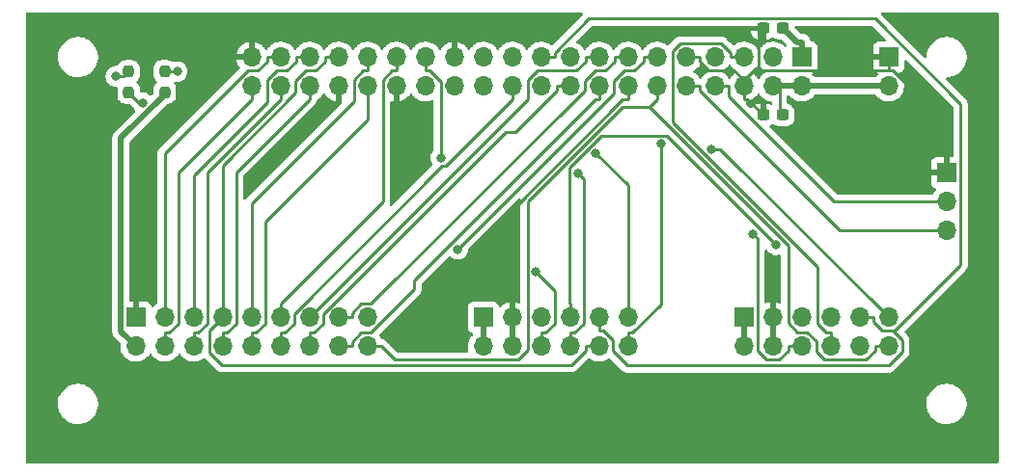
<source format=gbl>
G04 #@! TF.GenerationSoftware,KiCad,Pcbnew,6.0.9-8da3e8f707~116~ubuntu20.04.1*
G04 #@! TF.CreationDate,2023-03-05T21:16:07+01:00*
G04 #@! TF.ProjectId,pi4_pmod,7069345f-706d-46f6-942e-6b696361645f,rev?*
G04 #@! TF.SameCoordinates,Original*
G04 #@! TF.FileFunction,Copper,L2,Bot*
G04 #@! TF.FilePolarity,Positive*
%FSLAX46Y46*%
G04 Gerber Fmt 4.6, Leading zero omitted, Abs format (unit mm)*
G04 Created by KiCad (PCBNEW 6.0.9-8da3e8f707~116~ubuntu20.04.1) date 2023-03-05 21:16:07*
%MOMM*%
%LPD*%
G01*
G04 APERTURE LIST*
G04 Aperture macros list*
%AMRoundRect*
0 Rectangle with rounded corners*
0 $1 Rounding radius*
0 $2 $3 $4 $5 $6 $7 $8 $9 X,Y pos of 4 corners*
0 Add a 4 corners polygon primitive as box body*
4,1,4,$2,$3,$4,$5,$6,$7,$8,$9,$2,$3,0*
0 Add four circle primitives for the rounded corners*
1,1,$1+$1,$2,$3*
1,1,$1+$1,$4,$5*
1,1,$1+$1,$6,$7*
1,1,$1+$1,$8,$9*
0 Add four rect primitives between the rounded corners*
20,1,$1+$1,$2,$3,$4,$5,0*
20,1,$1+$1,$4,$5,$6,$7,0*
20,1,$1+$1,$6,$7,$8,$9,0*
20,1,$1+$1,$8,$9,$2,$3,0*%
G04 Aperture macros list end*
G04 #@! TA.AperFunction,ComponentPad*
%ADD10R,1.700000X1.700000*%
G04 #@! TD*
G04 #@! TA.AperFunction,ComponentPad*
%ADD11O,1.700000X1.700000*%
G04 #@! TD*
G04 #@! TA.AperFunction,SMDPad,CuDef*
%ADD12RoundRect,0.237500X0.237500X-0.250000X0.237500X0.250000X-0.237500X0.250000X-0.237500X-0.250000X0*%
G04 #@! TD*
G04 #@! TA.AperFunction,SMDPad,CuDef*
%ADD13RoundRect,0.237500X0.300000X0.237500X-0.300000X0.237500X-0.300000X-0.237500X0.300000X-0.237500X0*%
G04 #@! TD*
G04 #@! TA.AperFunction,ViaPad*
%ADD14C,0.800000*%
G04 #@! TD*
G04 #@! TA.AperFunction,Conductor*
%ADD15C,0.250000*%
G04 #@! TD*
G04 #@! TA.AperFunction,Conductor*
%ADD16C,0.500000*%
G04 #@! TD*
G04 APERTURE END LIST*
D10*
X137160000Y-68580000D03*
D11*
X137160000Y-71120000D03*
X139700000Y-68580000D03*
X139700000Y-71120000D03*
X142240000Y-68580000D03*
X142240000Y-71120000D03*
X144780000Y-68580000D03*
X144780000Y-71120000D03*
X147320000Y-68580000D03*
X147320000Y-71120000D03*
X149860000Y-68580000D03*
X149860000Y-71120000D03*
D10*
X160020000Y-68580000D03*
D11*
X160020000Y-71120000D03*
X162560000Y-68580000D03*
X162560000Y-71120000D03*
X165100000Y-68580000D03*
X165100000Y-71120000D03*
X167640000Y-68580000D03*
X167640000Y-71120000D03*
X170180000Y-68580000D03*
X170180000Y-71120000D03*
X172720000Y-68580000D03*
X172720000Y-71120000D03*
D10*
X165100000Y-45720000D03*
D11*
X165100000Y-48260000D03*
X162560000Y-45720000D03*
X162560000Y-48260000D03*
X160020000Y-45720000D03*
X160020000Y-48260000D03*
X157480000Y-45720000D03*
X157480000Y-48260000D03*
X154940000Y-45720000D03*
X154940000Y-48260000D03*
X152400000Y-45720000D03*
X152400000Y-48260000D03*
X149860000Y-45720000D03*
X149860000Y-48260000D03*
X147320000Y-45720000D03*
X147320000Y-48260000D03*
X144780000Y-45720000D03*
X144780000Y-48260000D03*
X142240000Y-45720000D03*
X142240000Y-48260000D03*
X139700000Y-45720000D03*
X139700000Y-48260000D03*
X137160000Y-45720000D03*
X137160000Y-48260000D03*
X134620000Y-45720000D03*
X134620000Y-48260000D03*
X132080000Y-45720000D03*
X132080000Y-48260000D03*
X129540000Y-45720000D03*
X129540000Y-48260000D03*
X127000000Y-45720000D03*
X127000000Y-48260000D03*
X124460000Y-45720000D03*
X124460000Y-48260000D03*
X121920000Y-45720000D03*
X121920000Y-48260000D03*
X119380000Y-45720000D03*
X119380000Y-48260000D03*
X116840000Y-45720000D03*
X116840000Y-48260000D03*
D10*
X106680000Y-68580000D03*
D11*
X106680000Y-71120000D03*
X109220000Y-68580000D03*
X109220000Y-71120000D03*
X111760000Y-68580000D03*
X111760000Y-71120000D03*
X114300000Y-68580000D03*
X114300000Y-71120000D03*
X116840000Y-68580000D03*
X116840000Y-71120000D03*
X119380000Y-68580000D03*
X119380000Y-71120000D03*
X121920000Y-68580000D03*
X121920000Y-71120000D03*
X124460000Y-68580000D03*
X124460000Y-71120000D03*
X127000000Y-68580000D03*
X127000000Y-71120000D03*
D10*
X172720000Y-45720000D03*
D11*
X172720000Y-48260000D03*
D10*
X177800000Y-55880000D03*
D11*
X177800000Y-58420000D03*
X177800000Y-60960000D03*
D12*
X106045000Y-48815000D03*
X106045000Y-46990000D03*
D13*
X163422500Y-50800000D03*
X161697500Y-50800000D03*
X163422500Y-43180000D03*
X161697500Y-43180000D03*
D12*
X109220000Y-48815000D03*
X109220000Y-46990000D03*
D14*
X107288600Y-49722400D03*
X139065000Y-42545000D03*
X139700000Y-60325000D03*
X104929200Y-47408900D03*
X110302400Y-46990000D03*
X160805600Y-61249600D03*
X152744800Y-53331900D03*
X134909200Y-62594200D03*
X162845400Y-62219200D03*
X147002600Y-54138200D03*
X157148400Y-53813600D03*
X141788700Y-64602100D03*
X133428500Y-54556900D03*
X145437700Y-55956500D03*
D15*
X106952400Y-49722400D02*
X106045000Y-48815000D01*
D16*
X165100000Y-48260000D02*
X163158000Y-48260000D01*
X172720000Y-48260000D02*
X165100000Y-48260000D01*
D15*
X107288600Y-49722400D02*
X106952400Y-49722400D01*
X163158000Y-48260000D02*
X163158000Y-50535500D01*
X163158000Y-50535500D02*
X163422500Y-50800000D01*
D16*
X163158000Y-48260000D02*
X162560000Y-48260000D01*
D15*
X159142800Y-46895300D02*
X156923200Y-46895300D01*
X156115300Y-46087400D02*
X156115300Y-45720000D01*
X161697500Y-50800000D02*
X160332800Y-49435300D01*
X160020000Y-48260000D02*
X160020000Y-47772500D01*
X173087300Y-46895300D02*
X172720000Y-46895300D01*
X160897200Y-46895300D02*
X161340900Y-46895300D01*
X160020000Y-47772500D02*
X159142800Y-46895300D01*
X161340900Y-46895300D02*
X172720000Y-46895300D01*
X139700000Y-59141300D02*
X139700000Y-60325000D01*
X149406000Y-49435300D02*
X139700000Y-59141300D01*
X161340900Y-43536600D02*
X161697500Y-43180000D01*
X161340900Y-46895300D02*
X161340900Y-43536600D01*
X139700000Y-71120000D02*
X139700000Y-68580000D01*
X149860000Y-48260000D02*
X149860000Y-49435300D01*
X160332800Y-49435300D02*
X160020000Y-49435300D01*
X177800000Y-51608000D02*
X173087300Y-46895300D01*
X139700000Y-60325000D02*
X139700000Y-68580000D01*
X177800000Y-55880000D02*
X177800000Y-51608000D01*
X156923200Y-46895300D02*
X156115300Y-46087400D01*
X149860000Y-49435300D02*
X149406000Y-49435300D01*
X154940000Y-45720000D02*
X156115300Y-45720000D01*
X160020000Y-48260000D02*
X160020000Y-49435300D01*
X172720000Y-45720000D02*
X172720000Y-46895300D01*
X160020000Y-47772500D02*
X160897200Y-46895300D01*
X162560000Y-71120000D02*
X162560000Y-68580000D01*
D16*
X160020000Y-71120000D02*
X160020000Y-68580000D01*
X164662200Y-44419700D02*
X163422500Y-43180000D01*
X165100000Y-44419700D02*
X164662200Y-44419700D01*
X137160000Y-71120000D02*
X137160000Y-68580000D01*
X106680000Y-71120000D02*
X105379600Y-69819600D01*
X105379600Y-52834000D02*
X109220000Y-48993600D01*
X105379600Y-69819600D02*
X105379600Y-52834000D01*
X165100000Y-45720000D02*
X165100000Y-44419700D01*
X109220000Y-48993600D02*
X109220000Y-48815000D01*
D15*
X104929200Y-47408900D02*
X105626100Y-47408900D01*
X105626100Y-47408900D02*
X106045000Y-46990000D01*
X109220000Y-46990000D02*
X110302400Y-46990000D01*
X165100000Y-71120000D02*
X163924700Y-71120000D01*
X163099000Y-72313000D02*
X162023300Y-72313000D01*
X163924700Y-71120000D02*
X163924700Y-71487300D01*
X161195400Y-61639400D02*
X160805600Y-61249600D01*
X162023300Y-72313000D02*
X161195400Y-71485100D01*
X163924700Y-71487300D02*
X163099000Y-72313000D01*
X161195400Y-71485100D02*
X161195400Y-61639400D01*
X154436500Y-44544700D02*
X158036800Y-44544700D01*
X153756500Y-45224700D02*
X154436500Y-44544700D01*
X158844700Y-45352600D02*
X158844700Y-45720000D01*
X166464700Y-64164100D02*
X153756500Y-51455900D01*
X166464700Y-69136800D02*
X166464700Y-64164100D01*
X167272600Y-69944700D02*
X166464700Y-69136800D01*
X167640000Y-71120000D02*
X167640000Y-69944700D01*
X167640000Y-69944700D02*
X167272600Y-69944700D01*
X158036800Y-44544700D02*
X158844700Y-45352600D01*
X153756500Y-51455900D02*
X153756500Y-45224700D01*
X160020000Y-45720000D02*
X158844700Y-45720000D01*
X150227300Y-69944700D02*
X152744800Y-67427200D01*
X149860000Y-71120000D02*
X149860000Y-69944700D01*
X152744800Y-67427200D02*
X152744800Y-53331900D01*
X149860000Y-69944700D02*
X150227300Y-69944700D01*
X157480000Y-48260000D02*
X158655300Y-48260000D01*
X158655300Y-49141500D02*
X158655300Y-48260000D01*
X177800000Y-58420000D02*
X167933800Y-58420000D01*
X167933800Y-58420000D02*
X158655300Y-49141500D01*
X156115300Y-48627300D02*
X156115300Y-48260000D01*
X154940000Y-48260000D02*
X156115300Y-48260000D01*
X168448000Y-60960000D02*
X156115300Y-48627300D01*
X177800000Y-60960000D02*
X168448000Y-60960000D01*
X152400000Y-45720000D02*
X151224700Y-45720000D01*
X151224700Y-46087400D02*
X151224700Y-45720000D01*
X148623400Y-48880000D02*
X148623400Y-47812400D01*
X148623400Y-47812400D02*
X149540500Y-46895300D01*
X150416800Y-46895300D02*
X151224700Y-46087400D01*
X149540500Y-46895300D02*
X150416800Y-46895300D01*
X134909200Y-62594200D02*
X148623400Y-48880000D01*
X170713900Y-72316100D02*
X171544700Y-71485300D01*
X165547600Y-69883400D02*
X166370000Y-70705800D01*
X141060300Y-58417900D02*
X141060300Y-71462300D01*
X149392500Y-50085700D02*
X141060300Y-58417900D01*
X151749400Y-50085700D02*
X149392500Y-50085700D01*
X141060300Y-71462300D02*
X140227300Y-72295300D01*
X127000000Y-71120000D02*
X128175300Y-71120000D01*
X164702400Y-69883400D02*
X165547600Y-69883400D01*
X171544700Y-71485300D02*
X171544700Y-71120000D01*
X140227300Y-72295300D02*
X129350600Y-72295300D01*
X152400000Y-49435100D02*
X151749400Y-50085700D01*
X166370000Y-71600000D02*
X167086100Y-72316100D01*
X163924600Y-69105600D02*
X164702400Y-69883400D01*
X152400000Y-48260000D02*
X152400000Y-49435100D01*
X163924600Y-62260900D02*
X163924600Y-69105600D01*
X172720000Y-71120000D02*
X171544700Y-71120000D01*
X166370000Y-70705800D02*
X166370000Y-71600000D01*
X167086100Y-72316100D02*
X170713900Y-72316100D01*
X151749400Y-50085700D02*
X163924600Y-62260900D01*
X129350600Y-72295300D02*
X128175300Y-71120000D01*
X125635300Y-68580000D02*
X125635300Y-68212600D01*
X148684700Y-46087400D02*
X148684700Y-45720000D01*
X147876800Y-46895300D02*
X148684700Y-46087400D01*
X146083400Y-48621600D02*
X146083400Y-47812400D01*
X124460000Y-68580000D02*
X125635300Y-68580000D01*
X146083400Y-47812400D02*
X147000500Y-46895300D01*
X127300300Y-67404700D02*
X146083400Y-48621600D01*
X147000500Y-46895300D02*
X147876800Y-46895300D01*
X126443200Y-67404700D02*
X127300300Y-67404700D01*
X125635300Y-68212600D02*
X126443200Y-67404700D01*
X149860000Y-45720000D02*
X148684700Y-45720000D01*
X141064600Y-49435400D02*
X141064600Y-47754100D01*
X147320000Y-45720000D02*
X146144700Y-45720000D01*
X145336800Y-46895300D02*
X146144700Y-46087400D01*
X121920000Y-68580000D02*
X141064600Y-49435400D01*
X141064600Y-47754100D02*
X141923400Y-46895300D01*
X141923400Y-46895300D02*
X145336800Y-46895300D01*
X146144700Y-46087400D02*
X146144700Y-45720000D01*
X126443200Y-69944700D02*
X125635300Y-70752600D01*
X125635300Y-70752600D02*
X125635300Y-71120000D01*
X127297600Y-69944700D02*
X126443200Y-69944700D01*
X147042400Y-49435300D02*
X131102400Y-65375300D01*
X131102400Y-66139900D02*
X127297600Y-69944700D01*
X147320000Y-49435300D02*
X147042400Y-49435300D01*
X124460000Y-71120000D02*
X125635300Y-71120000D01*
X131102400Y-65375300D02*
X131102400Y-66139900D01*
X147320000Y-48260000D02*
X147320000Y-49435300D01*
X122287400Y-69944700D02*
X123095300Y-69136800D01*
X139100300Y-52270000D02*
X139962100Y-52270000D01*
X144780000Y-48260000D02*
X143604700Y-48260000D01*
X121920000Y-71120000D02*
X121920000Y-69944700D01*
X123095300Y-68275000D02*
X139100300Y-52270000D01*
X121920000Y-69944700D02*
X122287400Y-69944700D01*
X143604700Y-48627400D02*
X143604700Y-48260000D01*
X123095300Y-69136800D02*
X123095300Y-68275000D01*
X139962100Y-52270000D02*
X143604700Y-48627400D01*
X172739400Y-72811200D02*
X149805500Y-72811200D01*
X173154100Y-69863300D02*
X179010100Y-64007300D01*
X143415300Y-45352700D02*
X143415300Y-45720000D01*
X148495300Y-70563200D02*
X147687400Y-69755300D01*
X179010100Y-64007300D02*
X179010100Y-49821800D01*
X171517900Y-42329600D02*
X146438400Y-42329600D01*
X179010100Y-49821800D02*
X171517900Y-42329600D01*
X173154100Y-69863300D02*
X173910400Y-70619700D01*
X171355300Y-68580000D02*
X171355300Y-68947400D01*
X149805500Y-72811200D02*
X148495300Y-71501000D01*
X171355300Y-68947400D02*
X172163200Y-69755300D01*
X173910400Y-71640200D02*
X172739400Y-72811200D01*
X148495300Y-71501000D02*
X148495300Y-70563200D01*
X173910400Y-70619700D02*
X173910400Y-71640200D01*
X142240000Y-45720000D02*
X143415300Y-45720000D01*
X147687400Y-69755300D02*
X147320000Y-69755300D01*
X173046000Y-69755300D02*
X173154100Y-69863300D01*
X146438400Y-42329600D02*
X143415300Y-45352700D01*
X170180000Y-68580000D02*
X171355300Y-68580000D01*
X172163200Y-69755300D02*
X173046000Y-69755300D01*
X147320000Y-68580000D02*
X147320000Y-69755300D01*
X144780000Y-68580000D02*
X144780000Y-67404700D01*
X144712400Y-55402700D02*
X144712400Y-67337100D01*
X153230800Y-52604600D02*
X147510500Y-52604600D01*
X162845400Y-62219200D02*
X153230800Y-52604600D01*
X147510500Y-52604600D02*
X144712400Y-55402700D01*
X144712400Y-67337100D02*
X144780000Y-67404700D01*
X133555600Y-55282200D02*
X133853100Y-55282200D01*
X120555300Y-68282500D02*
X133555600Y-55282200D01*
X119380000Y-69944700D02*
X119747400Y-69944700D01*
X119747400Y-69944700D02*
X120555300Y-69136800D01*
X139700000Y-48260000D02*
X139700000Y-49435300D01*
X133853100Y-55282200D02*
X139700000Y-49435300D01*
X119380000Y-71120000D02*
X119380000Y-69944700D01*
X120555300Y-69136800D02*
X120555300Y-68282500D01*
X149860000Y-56995600D02*
X147002600Y-54138200D01*
X149860000Y-68580000D02*
X149860000Y-56995600D01*
X172720000Y-68580000D02*
X157953600Y-53813600D01*
X157953600Y-53813600D02*
X157148400Y-53813600D01*
X142240000Y-71120000D02*
X142240000Y-69944700D01*
X133428500Y-54556900D02*
X133428500Y-47876500D01*
X132080000Y-45720000D02*
X132080000Y-46895300D01*
X132447300Y-46895300D02*
X132080000Y-46895300D01*
X142240000Y-69944700D02*
X142607300Y-69944700D01*
X143441300Y-69110700D02*
X143441300Y-66254700D01*
X143441300Y-66254700D02*
X141788700Y-64602100D01*
X133428500Y-47876500D02*
X132447300Y-46895300D01*
X142607300Y-69944700D02*
X143441300Y-69110700D01*
X145955300Y-69136700D02*
X145955300Y-56474100D01*
X144780000Y-69944700D02*
X145147300Y-69944700D01*
X145147300Y-69944700D02*
X145955300Y-69136700D01*
X145955300Y-56474100D02*
X145437700Y-55956500D01*
X144780000Y-71120000D02*
X144780000Y-69944700D01*
X129540000Y-45720000D02*
X129540000Y-46895300D01*
X128364700Y-47703200D02*
X129172600Y-46895300D01*
X119380000Y-67404700D02*
X128364700Y-58420000D01*
X128364700Y-58420000D02*
X128364700Y-47703200D01*
X119380000Y-68580000D02*
X119380000Y-67404700D01*
X129172600Y-46895300D02*
X129540000Y-46895300D01*
X126632600Y-46895300D02*
X127000000Y-46895300D01*
X125824700Y-47703200D02*
X126632600Y-46895300D01*
X116840000Y-58552400D02*
X125824700Y-49567700D01*
X127000000Y-45720000D02*
X127000000Y-46895300D01*
X116840000Y-68580000D02*
X116840000Y-58552400D01*
X125824700Y-49567700D02*
X125824700Y-47703200D01*
X116840000Y-71120000D02*
X116840000Y-69944700D01*
X118015300Y-69136800D02*
X118015300Y-60145600D01*
X117207400Y-69944700D02*
X118015300Y-69136800D01*
X127000000Y-51160900D02*
X127000000Y-48260000D01*
X118015300Y-60145600D02*
X127000000Y-51160900D01*
X116840000Y-69944700D02*
X117207400Y-69944700D01*
X113122100Y-69757900D02*
X114300000Y-68580000D01*
X120683400Y-47812400D02*
X121600500Y-46895300D01*
X113122100Y-71651000D02*
X113122100Y-69757900D01*
X146144700Y-71120000D02*
X146144700Y-71487300D01*
X124460000Y-45720000D02*
X123284700Y-45720000D01*
X123284700Y-46087400D02*
X123284700Y-45720000D01*
X144863200Y-72768800D02*
X114239900Y-72768800D01*
X120683400Y-48856800D02*
X120683400Y-47812400D01*
X122476800Y-46895300D02*
X123284700Y-46087400D01*
X114239900Y-72768800D02*
X113122100Y-71651000D01*
X114300000Y-68580000D02*
X114300000Y-55240200D01*
X146144700Y-71487300D02*
X144863200Y-72768800D01*
X114300000Y-55240200D02*
X120683400Y-48856800D01*
X147320000Y-71120000D02*
X146144700Y-71120000D01*
X121600500Y-46895300D02*
X122476800Y-46895300D01*
X111760000Y-56089200D02*
X118204600Y-49644600D01*
X121920000Y-45720000D02*
X120744700Y-45720000D01*
X119079900Y-46895300D02*
X119936800Y-46895300D01*
X111760000Y-68580000D02*
X111760000Y-56089200D01*
X118204600Y-47770600D02*
X119079900Y-46895300D01*
X119936800Y-46895300D02*
X120744700Y-46087400D01*
X118204600Y-49644600D02*
X118204600Y-47770600D01*
X120744700Y-46087400D02*
X120744700Y-45720000D01*
X115475300Y-69136800D02*
X115475300Y-55880000D01*
X115475300Y-55880000D02*
X121920000Y-49435300D01*
X121920000Y-48260000D02*
X121920000Y-49435300D01*
X114667400Y-69944700D02*
X115475300Y-69136800D01*
X114300000Y-71120000D02*
X114300000Y-69944700D01*
X114300000Y-69944700D02*
X114667400Y-69944700D01*
X109220000Y-54183500D02*
X116508200Y-46895300D01*
X118204700Y-46087400D02*
X118204700Y-45720000D01*
X119380000Y-45720000D02*
X118204700Y-45720000D01*
X116508200Y-46895300D02*
X117396800Y-46895300D01*
X117396800Y-46895300D02*
X118204700Y-46087400D01*
X109220000Y-68580000D02*
X109220000Y-54183500D01*
X112127400Y-69944700D02*
X112935300Y-69136800D01*
X112935300Y-55880000D02*
X119380000Y-49435300D01*
X111760000Y-69944700D02*
X112127400Y-69944700D01*
X112935300Y-69136800D02*
X112935300Y-55880000D01*
X119380000Y-48260000D02*
X119380000Y-49435300D01*
X111760000Y-71120000D02*
X111760000Y-69944700D01*
X109587400Y-69944700D02*
X110395300Y-69136800D01*
X116840000Y-48260000D02*
X116840000Y-49435300D01*
X109220000Y-69944700D02*
X109587400Y-69944700D01*
X109220000Y-71120000D02*
X109220000Y-69944700D01*
X110395300Y-69136800D02*
X110395300Y-55880000D01*
X110395300Y-55880000D02*
X116840000Y-49435300D01*
G04 #@! TA.AperFunction,Conductor*
G36*
X145852527Y-41803502D02*
G01*
X145899020Y-41857158D01*
X145909124Y-41927432D01*
X145879630Y-41992012D01*
X145873501Y-41998595D01*
X143237388Y-44634708D01*
X143175076Y-44668734D01*
X143104261Y-44663669D01*
X143070200Y-44644494D01*
X142998415Y-44587801D01*
X142998413Y-44587800D01*
X142994359Y-44584598D01*
X142989831Y-44582098D01*
X142866970Y-44514276D01*
X142798789Y-44476638D01*
X142793920Y-44474914D01*
X142793916Y-44474912D01*
X142593087Y-44403795D01*
X142593083Y-44403794D01*
X142588212Y-44402069D01*
X142583119Y-44401162D01*
X142583116Y-44401161D01*
X142373373Y-44363800D01*
X142373367Y-44363799D01*
X142368284Y-44362894D01*
X142294452Y-44361992D01*
X142150081Y-44360228D01*
X142150079Y-44360228D01*
X142144911Y-44360165D01*
X141924091Y-44393955D01*
X141711756Y-44463357D01*
X141513607Y-44566507D01*
X141509474Y-44569610D01*
X141509471Y-44569612D01*
X141352933Y-44687144D01*
X141334965Y-44700635D01*
X141309541Y-44727240D01*
X141212121Y-44829184D01*
X141180629Y-44862138D01*
X141073201Y-45019621D01*
X141018293Y-45064621D01*
X140947768Y-45072792D01*
X140884021Y-45041538D01*
X140863324Y-45017054D01*
X140782822Y-44892617D01*
X140782820Y-44892614D01*
X140780014Y-44888277D01*
X140629670Y-44723051D01*
X140625619Y-44719852D01*
X140625615Y-44719848D01*
X140458414Y-44587800D01*
X140458410Y-44587798D01*
X140454359Y-44584598D01*
X140449831Y-44582098D01*
X140326970Y-44514276D01*
X140258789Y-44476638D01*
X140253920Y-44474914D01*
X140253916Y-44474912D01*
X140053087Y-44403795D01*
X140053083Y-44403794D01*
X140048212Y-44402069D01*
X140043119Y-44401162D01*
X140043116Y-44401161D01*
X139833373Y-44363800D01*
X139833367Y-44363799D01*
X139828284Y-44362894D01*
X139754452Y-44361992D01*
X139610081Y-44360228D01*
X139610079Y-44360228D01*
X139604911Y-44360165D01*
X139384091Y-44393955D01*
X139171756Y-44463357D01*
X138973607Y-44566507D01*
X138969474Y-44569610D01*
X138969471Y-44569612D01*
X138812933Y-44687144D01*
X138794965Y-44700635D01*
X138769541Y-44727240D01*
X138672121Y-44829184D01*
X138640629Y-44862138D01*
X138533201Y-45019621D01*
X138478293Y-45064621D01*
X138407768Y-45072792D01*
X138344021Y-45041538D01*
X138323324Y-45017054D01*
X138242822Y-44892617D01*
X138242820Y-44892614D01*
X138240014Y-44888277D01*
X138089670Y-44723051D01*
X138085619Y-44719852D01*
X138085615Y-44719848D01*
X137918414Y-44587800D01*
X137918410Y-44587798D01*
X137914359Y-44584598D01*
X137909831Y-44582098D01*
X137786970Y-44514276D01*
X137718789Y-44476638D01*
X137713920Y-44474914D01*
X137713916Y-44474912D01*
X137513087Y-44403795D01*
X137513083Y-44403794D01*
X137508212Y-44402069D01*
X137503119Y-44401162D01*
X137503116Y-44401161D01*
X137293373Y-44363800D01*
X137293367Y-44363799D01*
X137288284Y-44362894D01*
X137214452Y-44361992D01*
X137070081Y-44360228D01*
X137070079Y-44360228D01*
X137064911Y-44360165D01*
X136844091Y-44393955D01*
X136631756Y-44463357D01*
X136433607Y-44566507D01*
X136429474Y-44569610D01*
X136429471Y-44569612D01*
X136272933Y-44687144D01*
X136254965Y-44700635D01*
X136229541Y-44727240D01*
X136132121Y-44829184D01*
X136100629Y-44862138D01*
X136097720Y-44866403D01*
X136097714Y-44866411D01*
X136095731Y-44869318D01*
X135993204Y-45019618D01*
X135992898Y-45020066D01*
X135937987Y-45065069D01*
X135867462Y-45073240D01*
X135803715Y-45041986D01*
X135783018Y-45017502D01*
X135702426Y-44892926D01*
X135696136Y-44884757D01*
X135552806Y-44727240D01*
X135545273Y-44720215D01*
X135378139Y-44588222D01*
X135369552Y-44582517D01*
X135183117Y-44479599D01*
X135173705Y-44475369D01*
X134972959Y-44404280D01*
X134962988Y-44401646D01*
X134891837Y-44388972D01*
X134878540Y-44390432D01*
X134874000Y-44404989D01*
X134874000Y-45848000D01*
X134853998Y-45916121D01*
X134800342Y-45962614D01*
X134748000Y-45974000D01*
X134492000Y-45974000D01*
X134423879Y-45953998D01*
X134377386Y-45900342D01*
X134366000Y-45848000D01*
X134366000Y-44403102D01*
X134362082Y-44389758D01*
X134347806Y-44387771D01*
X134309324Y-44393660D01*
X134299288Y-44396051D01*
X134096868Y-44462212D01*
X134087359Y-44466209D01*
X133898463Y-44564542D01*
X133889738Y-44570036D01*
X133719433Y-44697905D01*
X133711726Y-44704748D01*
X133564590Y-44858717D01*
X133558109Y-44866722D01*
X133453498Y-45020074D01*
X133398587Y-45065076D01*
X133328062Y-45073247D01*
X133264315Y-45041993D01*
X133243618Y-45017509D01*
X133162822Y-44892617D01*
X133162820Y-44892614D01*
X133160014Y-44888277D01*
X133009670Y-44723051D01*
X133005619Y-44719852D01*
X133005615Y-44719848D01*
X132838414Y-44587800D01*
X132838410Y-44587798D01*
X132834359Y-44584598D01*
X132829831Y-44582098D01*
X132706970Y-44514276D01*
X132638789Y-44476638D01*
X132633920Y-44474914D01*
X132633916Y-44474912D01*
X132433087Y-44403795D01*
X132433083Y-44403794D01*
X132428212Y-44402069D01*
X132423119Y-44401162D01*
X132423116Y-44401161D01*
X132213373Y-44363800D01*
X132213367Y-44363799D01*
X132208284Y-44362894D01*
X132134452Y-44361992D01*
X131990081Y-44360228D01*
X131990079Y-44360228D01*
X131984911Y-44360165D01*
X131764091Y-44393955D01*
X131551756Y-44463357D01*
X131353607Y-44566507D01*
X131349474Y-44569610D01*
X131349471Y-44569612D01*
X131192933Y-44687144D01*
X131174965Y-44700635D01*
X131149541Y-44727240D01*
X131052121Y-44829184D01*
X131020629Y-44862138D01*
X130913201Y-45019621D01*
X130858293Y-45064621D01*
X130787768Y-45072792D01*
X130724021Y-45041538D01*
X130703324Y-45017054D01*
X130622822Y-44892617D01*
X130622820Y-44892614D01*
X130620014Y-44888277D01*
X130469670Y-44723051D01*
X130465619Y-44719852D01*
X130465615Y-44719848D01*
X130298414Y-44587800D01*
X130298410Y-44587798D01*
X130294359Y-44584598D01*
X130289831Y-44582098D01*
X130166970Y-44514276D01*
X130098789Y-44476638D01*
X130093920Y-44474914D01*
X130093916Y-44474912D01*
X129893087Y-44403795D01*
X129893083Y-44403794D01*
X129888212Y-44402069D01*
X129883119Y-44401162D01*
X129883116Y-44401161D01*
X129673373Y-44363800D01*
X129673367Y-44363799D01*
X129668284Y-44362894D01*
X129594452Y-44361992D01*
X129450081Y-44360228D01*
X129450079Y-44360228D01*
X129444911Y-44360165D01*
X129224091Y-44393955D01*
X129011756Y-44463357D01*
X128813607Y-44566507D01*
X128809474Y-44569610D01*
X128809471Y-44569612D01*
X128652933Y-44687144D01*
X128634965Y-44700635D01*
X128609541Y-44727240D01*
X128512121Y-44829184D01*
X128480629Y-44862138D01*
X128373201Y-45019621D01*
X128318293Y-45064621D01*
X128247768Y-45072792D01*
X128184021Y-45041538D01*
X128163324Y-45017054D01*
X128082822Y-44892617D01*
X128082820Y-44892614D01*
X128080014Y-44888277D01*
X127929670Y-44723051D01*
X127925619Y-44719852D01*
X127925615Y-44719848D01*
X127758414Y-44587800D01*
X127758410Y-44587798D01*
X127754359Y-44584598D01*
X127749831Y-44582098D01*
X127626970Y-44514276D01*
X127558789Y-44476638D01*
X127553920Y-44474914D01*
X127553916Y-44474912D01*
X127353087Y-44403795D01*
X127353083Y-44403794D01*
X127348212Y-44402069D01*
X127343119Y-44401162D01*
X127343116Y-44401161D01*
X127133373Y-44363800D01*
X127133367Y-44363799D01*
X127128284Y-44362894D01*
X127054452Y-44361992D01*
X126910081Y-44360228D01*
X126910079Y-44360228D01*
X126904911Y-44360165D01*
X126684091Y-44393955D01*
X126471756Y-44463357D01*
X126273607Y-44566507D01*
X126269474Y-44569610D01*
X126269471Y-44569612D01*
X126112933Y-44687144D01*
X126094965Y-44700635D01*
X126069541Y-44727240D01*
X125972121Y-44829184D01*
X125940629Y-44862138D01*
X125833201Y-45019621D01*
X125778293Y-45064621D01*
X125707768Y-45072792D01*
X125644021Y-45041538D01*
X125623324Y-45017054D01*
X125542822Y-44892617D01*
X125542820Y-44892614D01*
X125540014Y-44888277D01*
X125389670Y-44723051D01*
X125385619Y-44719852D01*
X125385615Y-44719848D01*
X125218414Y-44587800D01*
X125218410Y-44587798D01*
X125214359Y-44584598D01*
X125209831Y-44582098D01*
X125086970Y-44514276D01*
X125018789Y-44476638D01*
X125013920Y-44474914D01*
X125013916Y-44474912D01*
X124813087Y-44403795D01*
X124813083Y-44403794D01*
X124808212Y-44402069D01*
X124803119Y-44401162D01*
X124803116Y-44401161D01*
X124593373Y-44363800D01*
X124593367Y-44363799D01*
X124588284Y-44362894D01*
X124514452Y-44361992D01*
X124370081Y-44360228D01*
X124370079Y-44360228D01*
X124364911Y-44360165D01*
X124144091Y-44393955D01*
X123931756Y-44463357D01*
X123733607Y-44566507D01*
X123729474Y-44569610D01*
X123729471Y-44569612D01*
X123572933Y-44687144D01*
X123554965Y-44700635D01*
X123529541Y-44727240D01*
X123432121Y-44829184D01*
X123400629Y-44862138D01*
X123293201Y-45019621D01*
X123238293Y-45064621D01*
X123167768Y-45072792D01*
X123104021Y-45041538D01*
X123083324Y-45017054D01*
X123002822Y-44892617D01*
X123002820Y-44892614D01*
X123000014Y-44888277D01*
X122849670Y-44723051D01*
X122845619Y-44719852D01*
X122845615Y-44719848D01*
X122678414Y-44587800D01*
X122678410Y-44587798D01*
X122674359Y-44584598D01*
X122669831Y-44582098D01*
X122546970Y-44514276D01*
X122478789Y-44476638D01*
X122473920Y-44474914D01*
X122473916Y-44474912D01*
X122273087Y-44403795D01*
X122273083Y-44403794D01*
X122268212Y-44402069D01*
X122263119Y-44401162D01*
X122263116Y-44401161D01*
X122053373Y-44363800D01*
X122053367Y-44363799D01*
X122048284Y-44362894D01*
X121974452Y-44361992D01*
X121830081Y-44360228D01*
X121830079Y-44360228D01*
X121824911Y-44360165D01*
X121604091Y-44393955D01*
X121391756Y-44463357D01*
X121193607Y-44566507D01*
X121189474Y-44569610D01*
X121189471Y-44569612D01*
X121032933Y-44687144D01*
X121014965Y-44700635D01*
X120989541Y-44727240D01*
X120892121Y-44829184D01*
X120860629Y-44862138D01*
X120753201Y-45019621D01*
X120698293Y-45064621D01*
X120627768Y-45072792D01*
X120564021Y-45041538D01*
X120543324Y-45017054D01*
X120462822Y-44892617D01*
X120462820Y-44892614D01*
X120460014Y-44888277D01*
X120309670Y-44723051D01*
X120305619Y-44719852D01*
X120305615Y-44719848D01*
X120138414Y-44587800D01*
X120138410Y-44587798D01*
X120134359Y-44584598D01*
X120129831Y-44582098D01*
X120006970Y-44514276D01*
X119938789Y-44476638D01*
X119933920Y-44474914D01*
X119933916Y-44474912D01*
X119733087Y-44403795D01*
X119733083Y-44403794D01*
X119728212Y-44402069D01*
X119723119Y-44401162D01*
X119723116Y-44401161D01*
X119513373Y-44363800D01*
X119513367Y-44363799D01*
X119508284Y-44362894D01*
X119434452Y-44361992D01*
X119290081Y-44360228D01*
X119290079Y-44360228D01*
X119284911Y-44360165D01*
X119064091Y-44393955D01*
X118851756Y-44463357D01*
X118653607Y-44566507D01*
X118649474Y-44569610D01*
X118649471Y-44569612D01*
X118492933Y-44687144D01*
X118474965Y-44700635D01*
X118449541Y-44727240D01*
X118352121Y-44829184D01*
X118320629Y-44862138D01*
X118317720Y-44866403D01*
X118317714Y-44866411D01*
X118315731Y-44869318D01*
X118213204Y-45019618D01*
X118212898Y-45020066D01*
X118157987Y-45065069D01*
X118087462Y-45073240D01*
X118023715Y-45041986D01*
X118003018Y-45017502D01*
X117922426Y-44892926D01*
X117916136Y-44884757D01*
X117772806Y-44727240D01*
X117765273Y-44720215D01*
X117598139Y-44588222D01*
X117589552Y-44582517D01*
X117403117Y-44479599D01*
X117393705Y-44475369D01*
X117192959Y-44404280D01*
X117182988Y-44401646D01*
X117111837Y-44388972D01*
X117098540Y-44390432D01*
X117094000Y-44404989D01*
X117094000Y-45848000D01*
X117073998Y-45916121D01*
X117020342Y-45962614D01*
X116968000Y-45974000D01*
X115523225Y-45974000D01*
X115509694Y-45977973D01*
X115508257Y-45987966D01*
X115538565Y-46122446D01*
X115541645Y-46132275D01*
X115621770Y-46329603D01*
X115626413Y-46338794D01*
X115737694Y-46520388D01*
X115743772Y-46528692D01*
X115776115Y-46566029D01*
X115805598Y-46630614D01*
X115795484Y-46700886D01*
X115769973Y-46737622D01*
X108827747Y-53679848D01*
X108819461Y-53687388D01*
X108812982Y-53691500D01*
X108807557Y-53697277D01*
X108766357Y-53741151D01*
X108763602Y-53743993D01*
X108743865Y-53763730D01*
X108741385Y-53766927D01*
X108733682Y-53775947D01*
X108703414Y-53808179D01*
X108699595Y-53815125D01*
X108699593Y-53815128D01*
X108693652Y-53825934D01*
X108682801Y-53842453D01*
X108670386Y-53858459D01*
X108667241Y-53865728D01*
X108667238Y-53865732D01*
X108652826Y-53899037D01*
X108647609Y-53909687D01*
X108626305Y-53948440D01*
X108624334Y-53956115D01*
X108624334Y-53956116D01*
X108621267Y-53968062D01*
X108614863Y-53986766D01*
X108614587Y-53987405D01*
X108606819Y-54005355D01*
X108605580Y-54013178D01*
X108605577Y-54013188D01*
X108599901Y-54049024D01*
X108597495Y-54060644D01*
X108586500Y-54103470D01*
X108586500Y-54123724D01*
X108584949Y-54143434D01*
X108581780Y-54163443D01*
X108582526Y-54171335D01*
X108585941Y-54207461D01*
X108586500Y-54219319D01*
X108586500Y-67301692D01*
X108566498Y-67369813D01*
X108518683Y-67413453D01*
X108493607Y-67426507D01*
X108489474Y-67429610D01*
X108489471Y-67429612D01*
X108319100Y-67557530D01*
X108314965Y-67560635D01*
X108311393Y-67564373D01*
X108233898Y-67645466D01*
X108172374Y-67680895D01*
X108101462Y-67677438D01*
X108043676Y-67636192D01*
X108024823Y-67602644D01*
X107983324Y-67491946D01*
X107974786Y-67476351D01*
X107898285Y-67374276D01*
X107885724Y-67361715D01*
X107783649Y-67285214D01*
X107768054Y-67276676D01*
X107647606Y-67231522D01*
X107632351Y-67227895D01*
X107581486Y-67222369D01*
X107574672Y-67222000D01*
X106952115Y-67222000D01*
X106936876Y-67226475D01*
X106935671Y-67227865D01*
X106934000Y-67235548D01*
X106934000Y-68708000D01*
X106913998Y-68776121D01*
X106860342Y-68822614D01*
X106808000Y-68834000D01*
X106552000Y-68834000D01*
X106483879Y-68813998D01*
X106437386Y-68760342D01*
X106426000Y-68708000D01*
X106426000Y-67240116D01*
X106421525Y-67224877D01*
X106420135Y-67223672D01*
X106412452Y-67222001D01*
X106264100Y-67222001D01*
X106195979Y-67201999D01*
X106149486Y-67148343D01*
X106138100Y-67096001D01*
X106138100Y-53200371D01*
X106158102Y-53132250D01*
X106175005Y-53111276D01*
X109439983Y-49846298D01*
X109502295Y-49812272D01*
X109516074Y-49810066D01*
X109604235Y-49800919D01*
X109604239Y-49800918D01*
X109611093Y-49800207D01*
X109617629Y-49798026D01*
X109617631Y-49798026D01*
X109752395Y-49753065D01*
X109776107Y-49745154D01*
X109924031Y-49653616D01*
X109945579Y-49632030D01*
X110041758Y-49535684D01*
X110041762Y-49535679D01*
X110046929Y-49530503D01*
X110061991Y-49506068D01*
X110134369Y-49388650D01*
X110134370Y-49388648D01*
X110138209Y-49382420D01*
X110192974Y-49217309D01*
X110203500Y-49114572D01*
X110203500Y-48515428D01*
X110192707Y-48411407D01*
X110137654Y-48246393D01*
X110046116Y-48098469D01*
X110040934Y-48093296D01*
X110039020Y-48090881D01*
X110012384Y-48025070D01*
X110025556Y-47955306D01*
X110074354Y-47903738D01*
X110143285Y-47886739D01*
X110163964Y-47889371D01*
X110200456Y-47897128D01*
X110200461Y-47897128D01*
X110206913Y-47898500D01*
X110397887Y-47898500D01*
X110404339Y-47897128D01*
X110404344Y-47897128D01*
X110491288Y-47878647D01*
X110584688Y-47858794D01*
X110628722Y-47839189D01*
X110753122Y-47783803D01*
X110753124Y-47783802D01*
X110759152Y-47781118D01*
X110772520Y-47771406D01*
X110861812Y-47706531D01*
X110913653Y-47668866D01*
X110940544Y-47639001D01*
X111037021Y-47531852D01*
X111037022Y-47531851D01*
X111041440Y-47526944D01*
X111115472Y-47398717D01*
X111133623Y-47367279D01*
X111133624Y-47367278D01*
X111136927Y-47361556D01*
X111195942Y-47179928D01*
X111200965Y-47132143D01*
X111215214Y-46996565D01*
X111215904Y-46990000D01*
X111208661Y-46921083D01*
X111196632Y-46806635D01*
X111196632Y-46806633D01*
X111195942Y-46800072D01*
X111136927Y-46618444D01*
X111041440Y-46453056D01*
X111020526Y-46429828D01*
X110918075Y-46316045D01*
X110918074Y-46316044D01*
X110913653Y-46311134D01*
X110790711Y-46221811D01*
X110764494Y-46202763D01*
X110764493Y-46202762D01*
X110759152Y-46198882D01*
X110753124Y-46196198D01*
X110753122Y-46196197D01*
X110590719Y-46123891D01*
X110590718Y-46123891D01*
X110584688Y-46121206D01*
X110491287Y-46101353D01*
X110404344Y-46082872D01*
X110404339Y-46082872D01*
X110397887Y-46081500D01*
X110206913Y-46081500D01*
X110200461Y-46082872D01*
X110200456Y-46082872D01*
X110061740Y-46112358D01*
X110020112Y-46121206D01*
X110014079Y-46123892D01*
X110014076Y-46123893D01*
X109996823Y-46131575D01*
X109926456Y-46141010D01*
X109879457Y-46123729D01*
X109873139Y-46119834D01*
X109774920Y-46059291D01*
X109609809Y-46004526D01*
X109602973Y-46003826D01*
X109602970Y-46003825D01*
X109551474Y-45998549D01*
X109507072Y-45994000D01*
X108932928Y-45994000D01*
X108929682Y-45994337D01*
X108929678Y-45994337D01*
X108835765Y-46004081D01*
X108835761Y-46004082D01*
X108828907Y-46004793D01*
X108822371Y-46006974D01*
X108822369Y-46006974D01*
X108778311Y-46021673D01*
X108663893Y-46059846D01*
X108515969Y-46151384D01*
X108510796Y-46156566D01*
X108398242Y-46269316D01*
X108398238Y-46269321D01*
X108393071Y-46274497D01*
X108389231Y-46280727D01*
X108389230Y-46280728D01*
X108306364Y-46415162D01*
X108301791Y-46422580D01*
X108247026Y-46587691D01*
X108246326Y-46594527D01*
X108246325Y-46594530D01*
X108243563Y-46621490D01*
X108236500Y-46690428D01*
X108236500Y-47289572D01*
X108236837Y-47292818D01*
X108236837Y-47292822D01*
X108245728Y-47378507D01*
X108247293Y-47393593D01*
X108249474Y-47400129D01*
X108249474Y-47400131D01*
X108288231Y-47516299D01*
X108302346Y-47558607D01*
X108393884Y-47706531D01*
X108399066Y-47711704D01*
X108500786Y-47813247D01*
X108534865Y-47875530D01*
X108529862Y-47946350D01*
X108500941Y-47991437D01*
X108398246Y-48094312D01*
X108398242Y-48094317D01*
X108393071Y-48099497D01*
X108389231Y-48105727D01*
X108389230Y-48105728D01*
X108306364Y-48240162D01*
X108301791Y-48247580D01*
X108247026Y-48412691D01*
X108236500Y-48515428D01*
X108236500Y-48852229D01*
X108216498Y-48920350D01*
X108199595Y-48941324D01*
X108087330Y-49053589D01*
X108025018Y-49087615D01*
X107954203Y-49082550D01*
X107909704Y-49052278D01*
X107909180Y-49052860D01*
X107904914Y-49049019D01*
X107904598Y-49048804D01*
X107899853Y-49043534D01*
X107794505Y-48966994D01*
X107750694Y-48935163D01*
X107750693Y-48935162D01*
X107745352Y-48931282D01*
X107739324Y-48928598D01*
X107739322Y-48928597D01*
X107576919Y-48856291D01*
X107576918Y-48856291D01*
X107570888Y-48853606D01*
X107462386Y-48830543D01*
X107390544Y-48815272D01*
X107390539Y-48815272D01*
X107384087Y-48813900D01*
X107193113Y-48813900D01*
X107186653Y-48815273D01*
X107186654Y-48815273D01*
X107180696Y-48816539D01*
X107109905Y-48811136D01*
X107053273Y-48768319D01*
X107028780Y-48701681D01*
X107028500Y-48693292D01*
X107028500Y-48515428D01*
X107017707Y-48411407D01*
X106962654Y-48246393D01*
X106871116Y-48098469D01*
X106847410Y-48074804D01*
X106764214Y-47991753D01*
X106730135Y-47929470D01*
X106735138Y-47858650D01*
X106764059Y-47813563D01*
X106866754Y-47710688D01*
X106866758Y-47710683D01*
X106871929Y-47705503D01*
X106892119Y-47672749D01*
X106959369Y-47563650D01*
X106959370Y-47563648D01*
X106963209Y-47557420D01*
X107017974Y-47392309D01*
X107020539Y-47367279D01*
X107024575Y-47327879D01*
X107028500Y-47289572D01*
X107028500Y-46690428D01*
X107026636Y-46672460D01*
X107018419Y-46593265D01*
X107018418Y-46593261D01*
X107017707Y-46586407D01*
X107015182Y-46578837D01*
X106964972Y-46428341D01*
X106962654Y-46421393D01*
X106871116Y-46273469D01*
X106805212Y-46207680D01*
X106753184Y-46155742D01*
X106753179Y-46155738D01*
X106748003Y-46150571D01*
X106710801Y-46127639D01*
X106606150Y-46063131D01*
X106606148Y-46063130D01*
X106599920Y-46059291D01*
X106434809Y-46004526D01*
X106427973Y-46003826D01*
X106427970Y-46003825D01*
X106376474Y-45998549D01*
X106332072Y-45994000D01*
X105757928Y-45994000D01*
X105754682Y-45994337D01*
X105754678Y-45994337D01*
X105660765Y-46004081D01*
X105660761Y-46004082D01*
X105653907Y-46004793D01*
X105647371Y-46006974D01*
X105647369Y-46006974D01*
X105603311Y-46021673D01*
X105488893Y-46059846D01*
X105340969Y-46151384D01*
X105335796Y-46156566D01*
X105223242Y-46269316D01*
X105223238Y-46269321D01*
X105218071Y-46274497D01*
X105214231Y-46280727D01*
X105214230Y-46280728D01*
X105192460Y-46316045D01*
X105126791Y-46422580D01*
X105124958Y-46428108D01*
X105078449Y-46480933D01*
X105011168Y-46500400D01*
X104833713Y-46500400D01*
X104827261Y-46501772D01*
X104827256Y-46501772D01*
X104740313Y-46520253D01*
X104646912Y-46540106D01*
X104640882Y-46542791D01*
X104640881Y-46542791D01*
X104478478Y-46615097D01*
X104478476Y-46615098D01*
X104472448Y-46617782D01*
X104317947Y-46730034D01*
X104313526Y-46734944D01*
X104313525Y-46734945D01*
X104231615Y-46825916D01*
X104190160Y-46871956D01*
X104153534Y-46935394D01*
X104104332Y-47020615D01*
X104094673Y-47037344D01*
X104035658Y-47218972D01*
X104034968Y-47225533D01*
X104034968Y-47225535D01*
X104022248Y-47346564D01*
X104015696Y-47408900D01*
X104016386Y-47415465D01*
X104033889Y-47581993D01*
X104035658Y-47598828D01*
X104094673Y-47780456D01*
X104190160Y-47945844D01*
X104194578Y-47950751D01*
X104194579Y-47950752D01*
X104313525Y-48082855D01*
X104317947Y-48087766D01*
X104472448Y-48200018D01*
X104478476Y-48202702D01*
X104478478Y-48202703D01*
X104592214Y-48253341D01*
X104646912Y-48277694D01*
X104740312Y-48297547D01*
X104827256Y-48316028D01*
X104827261Y-48316028D01*
X104833713Y-48317400D01*
X104942220Y-48317400D01*
X105010341Y-48337402D01*
X105056834Y-48391058D01*
X105067564Y-48456242D01*
X105061500Y-48515428D01*
X105061500Y-49114572D01*
X105061837Y-49117818D01*
X105061837Y-49117822D01*
X105070887Y-49205040D01*
X105072293Y-49218593D01*
X105074474Y-49225129D01*
X105074474Y-49225131D01*
X105096745Y-49291885D01*
X105127346Y-49383607D01*
X105218884Y-49531531D01*
X105224066Y-49536704D01*
X105336816Y-49649258D01*
X105336821Y-49649262D01*
X105341997Y-49654429D01*
X105348227Y-49658269D01*
X105348228Y-49658270D01*
X105451473Y-49721911D01*
X105490080Y-49745709D01*
X105655191Y-49800474D01*
X105662027Y-49801174D01*
X105662030Y-49801175D01*
X105713526Y-49806451D01*
X105757928Y-49811000D01*
X106092906Y-49811000D01*
X106161027Y-49831002D01*
X106182001Y-49847905D01*
X106448743Y-50114647D01*
X106456287Y-50122937D01*
X106460400Y-50129418D01*
X106466178Y-50134844D01*
X106477738Y-50145700D01*
X106500603Y-50174547D01*
X106549560Y-50259344D01*
X106626861Y-50345195D01*
X106657578Y-50409203D01*
X106648813Y-50479656D01*
X106622319Y-50518600D01*
X104890689Y-52250230D01*
X104876277Y-52262616D01*
X104864682Y-52271149D01*
X104864677Y-52271154D01*
X104858782Y-52275492D01*
X104854043Y-52281070D01*
X104854040Y-52281073D01*
X104824565Y-52315768D01*
X104817635Y-52323284D01*
X104811940Y-52328979D01*
X104809660Y-52331861D01*
X104794319Y-52351251D01*
X104791528Y-52354655D01*
X104749009Y-52404703D01*
X104744267Y-52410285D01*
X104740939Y-52416801D01*
X104737572Y-52421850D01*
X104734405Y-52426979D01*
X104729866Y-52432716D01*
X104698945Y-52498875D01*
X104697042Y-52502769D01*
X104663831Y-52567808D01*
X104662092Y-52574916D01*
X104659993Y-52580559D01*
X104658076Y-52586322D01*
X104654978Y-52592950D01*
X104653488Y-52600112D01*
X104653488Y-52600113D01*
X104640114Y-52664412D01*
X104639144Y-52668696D01*
X104621792Y-52739610D01*
X104621100Y-52750764D01*
X104621064Y-52750762D01*
X104620825Y-52754755D01*
X104620451Y-52758947D01*
X104618960Y-52766115D01*
X104619158Y-52773432D01*
X104621054Y-52843521D01*
X104621100Y-52846928D01*
X104621100Y-69752530D01*
X104619667Y-69771480D01*
X104617511Y-69785654D01*
X104616401Y-69792949D01*
X104616994Y-69800241D01*
X104616994Y-69800244D01*
X104620685Y-69845618D01*
X104621100Y-69855833D01*
X104621100Y-69863893D01*
X104621525Y-69867537D01*
X104624389Y-69892107D01*
X104624822Y-69896482D01*
X104630135Y-69961797D01*
X104630740Y-69969237D01*
X104632996Y-69976201D01*
X104634187Y-69982160D01*
X104635571Y-69988015D01*
X104636418Y-69995281D01*
X104661335Y-70063927D01*
X104662752Y-70068055D01*
X104682680Y-70129568D01*
X104685249Y-70137499D01*
X104689045Y-70143754D01*
X104691551Y-70149228D01*
X104694270Y-70154658D01*
X104696767Y-70161537D01*
X104700780Y-70167657D01*
X104700780Y-70167658D01*
X104736786Y-70222576D01*
X104739123Y-70226280D01*
X104777005Y-70288707D01*
X104780721Y-70292915D01*
X104780722Y-70292916D01*
X104784403Y-70297084D01*
X104784376Y-70297108D01*
X104787029Y-70300100D01*
X104789732Y-70303333D01*
X104793744Y-70309452D01*
X104816426Y-70330939D01*
X104849983Y-70362728D01*
X104852425Y-70365106D01*
X105299449Y-70812130D01*
X105333475Y-70874442D01*
X105335641Y-70914613D01*
X105317251Y-71086695D01*
X105317548Y-71091848D01*
X105317548Y-71091851D01*
X105325219Y-71224896D01*
X105330110Y-71309715D01*
X105331247Y-71314761D01*
X105331248Y-71314767D01*
X105342031Y-71362614D01*
X105379222Y-71527639D01*
X105463266Y-71734616D01*
X105509775Y-71810512D01*
X105577291Y-71920688D01*
X105579987Y-71925088D01*
X105726250Y-72093938D01*
X105898126Y-72236632D01*
X106091000Y-72349338D01*
X106299692Y-72429030D01*
X106304760Y-72430061D01*
X106304763Y-72430062D01*
X106412017Y-72451883D01*
X106518597Y-72473567D01*
X106523772Y-72473757D01*
X106523774Y-72473757D01*
X106736673Y-72481564D01*
X106736677Y-72481564D01*
X106741837Y-72481753D01*
X106746957Y-72481097D01*
X106746959Y-72481097D01*
X106958288Y-72454025D01*
X106958289Y-72454025D01*
X106963416Y-72453368D01*
X106968366Y-72451883D01*
X107172429Y-72390661D01*
X107172434Y-72390659D01*
X107177384Y-72389174D01*
X107377994Y-72290896D01*
X107559860Y-72161173D01*
X107583509Y-72137607D01*
X107687711Y-72033768D01*
X107718096Y-72003489D01*
X107722209Y-71997766D01*
X107848453Y-71822077D01*
X107849776Y-71823028D01*
X107896645Y-71779857D01*
X107966580Y-71767625D01*
X108032026Y-71795144D01*
X108059875Y-71826994D01*
X108119987Y-71925088D01*
X108266250Y-72093938D01*
X108438126Y-72236632D01*
X108631000Y-72349338D01*
X108839692Y-72429030D01*
X108844760Y-72430061D01*
X108844763Y-72430062D01*
X108952017Y-72451883D01*
X109058597Y-72473567D01*
X109063772Y-72473757D01*
X109063774Y-72473757D01*
X109276673Y-72481564D01*
X109276677Y-72481564D01*
X109281837Y-72481753D01*
X109286957Y-72481097D01*
X109286959Y-72481097D01*
X109498288Y-72454025D01*
X109498289Y-72454025D01*
X109503416Y-72453368D01*
X109508366Y-72451883D01*
X109712429Y-72390661D01*
X109712434Y-72390659D01*
X109717384Y-72389174D01*
X109917994Y-72290896D01*
X110099860Y-72161173D01*
X110123509Y-72137607D01*
X110227711Y-72033768D01*
X110258096Y-72003489D01*
X110262209Y-71997766D01*
X110388453Y-71822077D01*
X110389776Y-71823028D01*
X110436645Y-71779857D01*
X110506580Y-71767625D01*
X110572026Y-71795144D01*
X110599875Y-71826994D01*
X110659987Y-71925088D01*
X110806250Y-72093938D01*
X110978126Y-72236632D01*
X111171000Y-72349338D01*
X111379692Y-72429030D01*
X111384760Y-72430061D01*
X111384763Y-72430062D01*
X111492017Y-72451883D01*
X111598597Y-72473567D01*
X111603772Y-72473757D01*
X111603774Y-72473757D01*
X111816673Y-72481564D01*
X111816677Y-72481564D01*
X111821837Y-72481753D01*
X111826957Y-72481097D01*
X111826959Y-72481097D01*
X112038288Y-72454025D01*
X112038289Y-72454025D01*
X112043416Y-72453368D01*
X112048366Y-72451883D01*
X112252429Y-72390661D01*
X112252434Y-72390659D01*
X112257384Y-72389174D01*
X112457994Y-72290896D01*
X112609354Y-72182933D01*
X112676424Y-72159661D01*
X112745432Y-72176344D01*
X112771610Y-72196414D01*
X113736259Y-73161064D01*
X113743788Y-73169338D01*
X113747900Y-73175818D01*
X113753677Y-73181243D01*
X113797551Y-73222443D01*
X113800393Y-73225198D01*
X113820130Y-73244935D01*
X113823327Y-73247415D01*
X113832347Y-73255118D01*
X113864579Y-73285386D01*
X113871525Y-73289205D01*
X113871528Y-73289207D01*
X113882334Y-73295148D01*
X113898853Y-73305999D01*
X113914859Y-73318414D01*
X113922128Y-73321559D01*
X113922132Y-73321562D01*
X113955437Y-73335974D01*
X113966087Y-73341191D01*
X114004840Y-73362495D01*
X114012515Y-73364466D01*
X114012516Y-73364466D01*
X114024462Y-73367533D01*
X114043167Y-73373937D01*
X114061755Y-73381981D01*
X114069578Y-73383220D01*
X114069588Y-73383223D01*
X114105424Y-73388899D01*
X114117044Y-73391305D01*
X114148859Y-73399473D01*
X114159870Y-73402300D01*
X114180124Y-73402300D01*
X114199834Y-73403851D01*
X114219843Y-73407020D01*
X114227735Y-73406274D01*
X114246480Y-73404502D01*
X114263862Y-73402859D01*
X114275719Y-73402300D01*
X144784433Y-73402300D01*
X144795616Y-73402827D01*
X144803109Y-73404502D01*
X144811035Y-73404253D01*
X144811036Y-73404253D01*
X144871186Y-73402362D01*
X144875145Y-73402300D01*
X144903056Y-73402300D01*
X144906991Y-73401803D01*
X144907056Y-73401795D01*
X144918893Y-73400862D01*
X144951151Y-73399848D01*
X144955170Y-73399722D01*
X144963089Y-73399473D01*
X144982543Y-73393821D01*
X145001900Y-73389813D01*
X145014130Y-73388268D01*
X145014131Y-73388268D01*
X145021997Y-73387274D01*
X145029368Y-73384355D01*
X145029370Y-73384355D01*
X145063112Y-73370996D01*
X145074342Y-73367151D01*
X145109183Y-73357029D01*
X145109184Y-73357029D01*
X145116793Y-73354818D01*
X145123612Y-73350785D01*
X145123617Y-73350783D01*
X145134228Y-73344507D01*
X145151976Y-73335812D01*
X145170817Y-73328352D01*
X145188174Y-73315742D01*
X145206587Y-73302364D01*
X145216507Y-73295848D01*
X145247735Y-73277380D01*
X145247738Y-73277378D01*
X145254562Y-73273342D01*
X145268883Y-73259021D01*
X145283917Y-73246180D01*
X145293894Y-73238931D01*
X145300307Y-73234272D01*
X145328498Y-73200195D01*
X145336488Y-73191416D01*
X146322036Y-72205868D01*
X146384348Y-72171842D01*
X146455163Y-72176907D01*
X146491615Y-72198018D01*
X146500977Y-72205791D01*
X146538126Y-72236632D01*
X146731000Y-72349338D01*
X146939692Y-72429030D01*
X146944760Y-72430061D01*
X146944763Y-72430062D01*
X147052017Y-72451883D01*
X147158597Y-72473567D01*
X147163772Y-72473757D01*
X147163774Y-72473757D01*
X147376673Y-72481564D01*
X147376677Y-72481564D01*
X147381837Y-72481753D01*
X147386957Y-72481097D01*
X147386959Y-72481097D01*
X147598288Y-72454025D01*
X147598289Y-72454025D01*
X147603416Y-72453368D01*
X147608366Y-72451883D01*
X147812429Y-72390661D01*
X147812434Y-72390659D01*
X147817384Y-72389174D01*
X148017994Y-72290896D01*
X148147874Y-72198254D01*
X148214945Y-72174982D01*
X148283953Y-72191665D01*
X148310135Y-72211739D01*
X149301843Y-73203447D01*
X149309387Y-73211737D01*
X149313500Y-73218218D01*
X149319277Y-73223643D01*
X149363167Y-73264858D01*
X149366009Y-73267613D01*
X149385731Y-73287335D01*
X149388855Y-73289758D01*
X149388859Y-73289762D01*
X149388924Y-73289812D01*
X149397945Y-73297517D01*
X149430179Y-73327786D01*
X149437127Y-73331605D01*
X149437129Y-73331607D01*
X149447932Y-73337546D01*
X149464459Y-73348402D01*
X149474198Y-73355957D01*
X149474200Y-73355958D01*
X149480460Y-73360814D01*
X149521040Y-73378374D01*
X149531688Y-73383591D01*
X149562133Y-73400328D01*
X149570440Y-73404895D01*
X149578116Y-73406866D01*
X149578119Y-73406867D01*
X149590062Y-73409933D01*
X149608767Y-73416337D01*
X149627355Y-73424381D01*
X149635178Y-73425620D01*
X149635188Y-73425623D01*
X149671024Y-73431299D01*
X149682644Y-73433705D01*
X149714459Y-73441873D01*
X149725470Y-73444700D01*
X149745724Y-73444700D01*
X149765434Y-73446251D01*
X149785443Y-73449420D01*
X149793335Y-73448674D01*
X149812080Y-73446902D01*
X149829462Y-73445259D01*
X149841319Y-73444700D01*
X172660633Y-73444700D01*
X172671816Y-73445227D01*
X172679309Y-73446902D01*
X172687235Y-73446653D01*
X172687236Y-73446653D01*
X172747386Y-73444762D01*
X172751345Y-73444700D01*
X172779256Y-73444700D01*
X172783191Y-73444203D01*
X172783256Y-73444195D01*
X172795093Y-73443262D01*
X172827351Y-73442248D01*
X172831370Y-73442122D01*
X172839289Y-73441873D01*
X172858743Y-73436221D01*
X172878100Y-73432213D01*
X172890330Y-73430668D01*
X172890331Y-73430668D01*
X172898197Y-73429674D01*
X172905568Y-73426755D01*
X172905570Y-73426755D01*
X172939312Y-73413396D01*
X172950542Y-73409551D01*
X172985383Y-73399429D01*
X172985384Y-73399429D01*
X172992993Y-73397218D01*
X172999812Y-73393185D01*
X172999817Y-73393183D01*
X173010428Y-73386907D01*
X173028176Y-73378212D01*
X173047017Y-73370752D01*
X173065906Y-73357029D01*
X173082787Y-73344764D01*
X173092707Y-73338248D01*
X173123935Y-73319780D01*
X173123938Y-73319778D01*
X173130762Y-73315742D01*
X173145083Y-73301421D01*
X173160117Y-73288580D01*
X173164513Y-73285386D01*
X173176507Y-73276672D01*
X173204698Y-73242595D01*
X173212688Y-73233816D01*
X174302653Y-72143852D01*
X174310939Y-72136312D01*
X174317418Y-72132200D01*
X174364044Y-72082548D01*
X174366798Y-72079707D01*
X174386535Y-72059970D01*
X174389015Y-72056773D01*
X174396720Y-72047751D01*
X174421559Y-72021300D01*
X174426986Y-72015521D01*
X174430805Y-72008575D01*
X174430807Y-72008572D01*
X174436748Y-71997766D01*
X174447599Y-71981247D01*
X174447959Y-71980783D01*
X174460014Y-71965241D01*
X174463159Y-71957972D01*
X174463162Y-71957968D01*
X174477574Y-71924663D01*
X174482791Y-71914013D01*
X174504095Y-71875260D01*
X174509133Y-71855637D01*
X174515537Y-71836934D01*
X174520433Y-71825620D01*
X174520433Y-71825619D01*
X174523581Y-71818345D01*
X174524820Y-71810522D01*
X174524823Y-71810512D01*
X174530499Y-71774676D01*
X174532905Y-71763056D01*
X174541928Y-71727911D01*
X174541928Y-71727910D01*
X174543900Y-71720230D01*
X174543900Y-71699976D01*
X174545451Y-71680265D01*
X174547380Y-71668086D01*
X174548620Y-71660257D01*
X174544459Y-71616238D01*
X174543900Y-71604381D01*
X174543900Y-70698457D01*
X174544426Y-70687305D01*
X174546097Y-70679833D01*
X174545675Y-70666357D01*
X174543962Y-70611753D01*
X174543900Y-70607804D01*
X174543900Y-70579844D01*
X174543395Y-70575847D01*
X174542465Y-70564014D01*
X174541328Y-70527777D01*
X174541080Y-70519852D01*
X174535422Y-70500371D01*
X174531416Y-70481024D01*
X174529868Y-70468769D01*
X174529867Y-70468767D01*
X174528874Y-70460903D01*
X174512608Y-70419819D01*
X174508761Y-70408582D01*
X174498645Y-70373755D01*
X174496435Y-70366145D01*
X174486110Y-70348685D01*
X174477418Y-70330939D01*
X174472872Y-70319458D01*
X174469952Y-70312083D01*
X174443979Y-70276334D01*
X174437459Y-70266407D01*
X174419003Y-70235196D01*
X174419002Y-70235195D01*
X174414967Y-70228371D01*
X174400630Y-70214033D01*
X174387796Y-70199006D01*
X174375872Y-70182593D01*
X174369762Y-70177538D01*
X174341823Y-70154424D01*
X174333039Y-70146431D01*
X174139058Y-69952425D01*
X174105037Y-69890110D01*
X174110106Y-69819295D01*
X174139064Y-69774240D01*
X179402347Y-64510957D01*
X179410637Y-64503413D01*
X179417118Y-64499300D01*
X179463759Y-64449632D01*
X179466513Y-64446791D01*
X179486235Y-64427069D01*
X179488712Y-64423876D01*
X179496417Y-64414855D01*
X179521259Y-64388400D01*
X179526686Y-64382621D01*
X179530507Y-64375671D01*
X179536446Y-64364868D01*
X179547302Y-64348341D01*
X179554857Y-64338602D01*
X179554858Y-64338600D01*
X179559714Y-64332340D01*
X179577274Y-64291760D01*
X179582491Y-64281112D01*
X179599975Y-64249309D01*
X179599976Y-64249307D01*
X179603795Y-64242360D01*
X179608833Y-64222737D01*
X179615237Y-64204034D01*
X179620133Y-64192720D01*
X179620133Y-64192719D01*
X179623281Y-64185445D01*
X179624520Y-64177622D01*
X179624523Y-64177612D01*
X179630199Y-64141776D01*
X179632605Y-64130156D01*
X179641628Y-64095011D01*
X179641628Y-64095010D01*
X179643600Y-64087330D01*
X179643600Y-64067076D01*
X179645151Y-64047365D01*
X179647080Y-64035186D01*
X179648320Y-64027357D01*
X179644159Y-63983338D01*
X179643600Y-63971481D01*
X179643600Y-49900567D01*
X179644127Y-49889384D01*
X179645802Y-49881891D01*
X179643662Y-49813800D01*
X179643600Y-49809843D01*
X179643600Y-49781944D01*
X179643096Y-49777953D01*
X179642163Y-49766111D01*
X179641976Y-49760141D01*
X179640774Y-49721911D01*
X179638562Y-49714297D01*
X179638561Y-49714292D01*
X179635123Y-49702459D01*
X179631112Y-49683095D01*
X179629567Y-49670864D01*
X179628574Y-49663003D01*
X179625657Y-49655636D01*
X179625656Y-49655631D01*
X179612298Y-49621892D01*
X179608454Y-49610665D01*
X179603619Y-49594025D01*
X179596118Y-49568207D01*
X179585807Y-49550772D01*
X179577112Y-49533024D01*
X179569652Y-49514183D01*
X179558942Y-49499441D01*
X179543664Y-49478413D01*
X179537148Y-49468493D01*
X179518680Y-49437265D01*
X179518678Y-49437262D01*
X179514642Y-49430438D01*
X179500321Y-49416117D01*
X179487480Y-49401083D01*
X179480231Y-49391106D01*
X179475572Y-49384693D01*
X179441495Y-49356502D01*
X179432716Y-49348512D01*
X177777781Y-47693576D01*
X177743755Y-47631264D01*
X177748820Y-47560448D01*
X177791367Y-47503613D01*
X177862206Y-47478568D01*
X177864043Y-47478500D01*
X177866354Y-47478500D01*
X177868649Y-47478329D01*
X177868661Y-47478329D01*
X178056000Y-47464407D01*
X178056004Y-47464406D01*
X178060652Y-47464061D01*
X178065200Y-47463032D01*
X178065206Y-47463031D01*
X178275414Y-47415465D01*
X178315577Y-47406377D01*
X178319931Y-47404684D01*
X178554824Y-47313340D01*
X178554827Y-47313339D01*
X178559177Y-47311647D01*
X178597101Y-47289972D01*
X178709842Y-47225535D01*
X178786098Y-47181951D01*
X178991357Y-47020138D01*
X179170443Y-46829763D01*
X179302702Y-46639114D01*
X179316759Y-46618851D01*
X179316761Y-46618848D01*
X179319424Y-46615009D01*
X179323306Y-46607137D01*
X179432960Y-46384781D01*
X179432961Y-46384778D01*
X179435025Y-46380593D01*
X179442733Y-46356515D01*
X179513280Y-46136123D01*
X179514707Y-46131665D01*
X179556721Y-45873693D01*
X179559579Y-45655379D01*
X179560081Y-45617022D01*
X179560081Y-45617019D01*
X179560142Y-45612345D01*
X179524896Y-45353362D01*
X179510473Y-45303877D01*
X179493248Y-45244783D01*
X179451757Y-45102433D01*
X179439498Y-45075840D01*
X179355030Y-44892617D01*
X179342332Y-44865072D01*
X179268386Y-44752285D01*
X179201590Y-44650404D01*
X179201586Y-44650399D01*
X179199024Y-44646491D01*
X179024982Y-44451494D01*
X178824030Y-44284363D01*
X178700195Y-44209218D01*
X178604578Y-44151196D01*
X178604574Y-44151194D01*
X178600581Y-44148771D01*
X178359545Y-44047697D01*
X178106217Y-43983359D01*
X178101566Y-43982891D01*
X178101562Y-43982890D01*
X177892271Y-43961816D01*
X177889133Y-43961500D01*
X177733646Y-43961500D01*
X177731321Y-43961673D01*
X177731315Y-43961673D01*
X177544000Y-43975593D01*
X177543996Y-43975594D01*
X177539348Y-43975939D01*
X177534800Y-43976968D01*
X177534794Y-43976969D01*
X177355044Y-44017643D01*
X177284423Y-44033623D01*
X177280071Y-44035315D01*
X177280069Y-44035316D01*
X177045176Y-44126660D01*
X177045173Y-44126661D01*
X177040823Y-44128353D01*
X177036769Y-44130670D01*
X177036767Y-44130671D01*
X177002397Y-44150315D01*
X176813902Y-44258049D01*
X176608643Y-44419862D01*
X176429557Y-44610237D01*
X176280576Y-44824991D01*
X176278510Y-44829181D01*
X176278508Y-44829184D01*
X176168814Y-45051623D01*
X176164975Y-45059407D01*
X176163553Y-45063850D01*
X176163552Y-45063852D01*
X176102535Y-45254470D01*
X176085293Y-45308335D01*
X176043279Y-45566307D01*
X176043218Y-45570980D01*
X176042113Y-45655379D01*
X176021221Y-45723232D01*
X175966962Y-45769019D01*
X175896561Y-45778202D01*
X175832372Y-45747866D01*
X175827029Y-45742825D01*
X174035210Y-43951005D01*
X172082800Y-41998595D01*
X172048774Y-41936283D01*
X172053839Y-41865467D01*
X172096386Y-41808632D01*
X172162906Y-41783821D01*
X172171895Y-41783500D01*
X182195633Y-41783500D01*
X182215018Y-41785000D01*
X182229853Y-41787310D01*
X182229855Y-41787310D01*
X182238724Y-41788691D01*
X182244508Y-41787935D01*
X182310868Y-41808307D01*
X182356700Y-41862528D01*
X182365165Y-41903873D01*
X182366309Y-41903723D01*
X182366309Y-41903724D01*
X182366329Y-41903873D01*
X182370436Y-41935283D01*
X182371500Y-41951621D01*
X182371500Y-81230633D01*
X182370000Y-81250018D01*
X182366309Y-81273724D01*
X182367065Y-81279508D01*
X182346693Y-81345868D01*
X182292472Y-81391700D01*
X182251127Y-81400165D01*
X182251277Y-81401309D01*
X182251276Y-81401309D01*
X182219714Y-81405436D01*
X182203379Y-81406500D01*
X97204367Y-81406500D01*
X97184982Y-81405000D01*
X97170148Y-81402690D01*
X97170145Y-81402690D01*
X97161276Y-81401309D01*
X97156065Y-81401990D01*
X97089984Y-81381706D01*
X97044150Y-81327486D01*
X97033671Y-81284778D01*
X97033729Y-81280000D01*
X97029773Y-81252376D01*
X97028500Y-81234514D01*
X97028500Y-76307655D01*
X99839858Y-76307655D01*
X99875104Y-76566638D01*
X99876412Y-76571124D01*
X99876412Y-76571126D01*
X99896098Y-76638664D01*
X99948243Y-76817567D01*
X100057668Y-77054928D01*
X100060231Y-77058837D01*
X100198410Y-77269596D01*
X100198414Y-77269601D01*
X100200976Y-77273509D01*
X100375018Y-77468506D01*
X100575970Y-77635637D01*
X100579973Y-77638066D01*
X100795422Y-77768804D01*
X100795426Y-77768806D01*
X100799419Y-77771229D01*
X101040455Y-77872303D01*
X101293783Y-77936641D01*
X101298434Y-77937109D01*
X101298438Y-77937110D01*
X101491308Y-77956531D01*
X101510867Y-77958500D01*
X101666354Y-77958500D01*
X101668679Y-77958327D01*
X101668685Y-77958327D01*
X101856000Y-77944407D01*
X101856004Y-77944406D01*
X101860652Y-77944061D01*
X101865200Y-77943032D01*
X101865206Y-77943031D01*
X102051601Y-77900853D01*
X102115577Y-77886377D01*
X102151769Y-77872303D01*
X102354824Y-77793340D01*
X102354827Y-77793339D01*
X102359177Y-77791647D01*
X102586098Y-77661951D01*
X102791357Y-77500138D01*
X102970443Y-77309763D01*
X103119424Y-77095009D01*
X103235025Y-76860593D01*
X103314707Y-76611665D01*
X103356721Y-76353693D01*
X103357324Y-76307655D01*
X176039858Y-76307655D01*
X176075104Y-76566638D01*
X176076412Y-76571124D01*
X176076412Y-76571126D01*
X176096098Y-76638664D01*
X176148243Y-76817567D01*
X176257668Y-77054928D01*
X176260231Y-77058837D01*
X176398410Y-77269596D01*
X176398414Y-77269601D01*
X176400976Y-77273509D01*
X176575018Y-77468506D01*
X176775970Y-77635637D01*
X176779973Y-77638066D01*
X176995422Y-77768804D01*
X176995426Y-77768806D01*
X176999419Y-77771229D01*
X177240455Y-77872303D01*
X177493783Y-77936641D01*
X177498434Y-77937109D01*
X177498438Y-77937110D01*
X177691308Y-77956531D01*
X177710867Y-77958500D01*
X177866354Y-77958500D01*
X177868679Y-77958327D01*
X177868685Y-77958327D01*
X178056000Y-77944407D01*
X178056004Y-77944406D01*
X178060652Y-77944061D01*
X178065200Y-77943032D01*
X178065206Y-77943031D01*
X178251601Y-77900853D01*
X178315577Y-77886377D01*
X178351769Y-77872303D01*
X178554824Y-77793340D01*
X178554827Y-77793339D01*
X178559177Y-77791647D01*
X178786098Y-77661951D01*
X178991357Y-77500138D01*
X179170443Y-77309763D01*
X179319424Y-77095009D01*
X179435025Y-76860593D01*
X179514707Y-76611665D01*
X179556721Y-76353693D01*
X179560142Y-76092345D01*
X179524896Y-75833362D01*
X179510473Y-75783877D01*
X179453068Y-75586932D01*
X179451757Y-75582433D01*
X179342332Y-75345072D01*
X179309519Y-75295024D01*
X179201590Y-75130404D01*
X179201586Y-75130399D01*
X179199024Y-75126491D01*
X179024982Y-74931494D01*
X178824030Y-74764363D01*
X178776844Y-74735730D01*
X178604578Y-74631196D01*
X178604574Y-74631194D01*
X178600581Y-74628771D01*
X178359545Y-74527697D01*
X178106217Y-74463359D01*
X178101566Y-74462891D01*
X178101562Y-74462890D01*
X177892271Y-74441816D01*
X177889133Y-74441500D01*
X177733646Y-74441500D01*
X177731321Y-74441673D01*
X177731315Y-74441673D01*
X177544000Y-74455593D01*
X177543996Y-74455594D01*
X177539348Y-74455939D01*
X177534800Y-74456968D01*
X177534794Y-74456969D01*
X177348399Y-74499147D01*
X177284423Y-74513623D01*
X177280071Y-74515315D01*
X177280069Y-74515316D01*
X177045176Y-74606660D01*
X177045173Y-74606661D01*
X177040823Y-74608353D01*
X176813902Y-74738049D01*
X176608643Y-74899862D01*
X176429557Y-75090237D01*
X176280576Y-75304991D01*
X176164975Y-75539407D01*
X176085293Y-75788335D01*
X176043279Y-76046307D01*
X176039858Y-76307655D01*
X103357324Y-76307655D01*
X103360142Y-76092345D01*
X103324896Y-75833362D01*
X103310473Y-75783877D01*
X103253068Y-75586932D01*
X103251757Y-75582433D01*
X103142332Y-75345072D01*
X103109519Y-75295024D01*
X103001590Y-75130404D01*
X103001586Y-75130399D01*
X102999024Y-75126491D01*
X102824982Y-74931494D01*
X102624030Y-74764363D01*
X102576844Y-74735730D01*
X102404578Y-74631196D01*
X102404574Y-74631194D01*
X102400581Y-74628771D01*
X102159545Y-74527697D01*
X101906217Y-74463359D01*
X101901566Y-74462891D01*
X101901562Y-74462890D01*
X101692271Y-74441816D01*
X101689133Y-74441500D01*
X101533646Y-74441500D01*
X101531321Y-74441673D01*
X101531315Y-74441673D01*
X101344000Y-74455593D01*
X101343996Y-74455594D01*
X101339348Y-74455939D01*
X101334800Y-74456968D01*
X101334794Y-74456969D01*
X101148399Y-74499147D01*
X101084423Y-74513623D01*
X101080071Y-74515315D01*
X101080069Y-74515316D01*
X100845176Y-74606660D01*
X100845173Y-74606661D01*
X100840823Y-74608353D01*
X100613902Y-74738049D01*
X100408643Y-74899862D01*
X100229557Y-75090237D01*
X100080576Y-75304991D01*
X99964975Y-75539407D01*
X99885293Y-75788335D01*
X99843279Y-76046307D01*
X99839858Y-76307655D01*
X97028500Y-76307655D01*
X97028500Y-45827655D01*
X99839858Y-45827655D01*
X99875104Y-46086638D01*
X99876412Y-46091124D01*
X99876412Y-46091126D01*
X99890952Y-46141010D01*
X99948243Y-46337567D01*
X99950203Y-46341820D01*
X99950204Y-46341821D01*
X99961879Y-46367145D01*
X100057668Y-46574928D01*
X100061757Y-46581165D01*
X100198410Y-46789596D01*
X100198414Y-46789601D01*
X100200976Y-46793509D01*
X100316850Y-46923334D01*
X100369142Y-46981922D01*
X100375018Y-46988506D01*
X100575970Y-47155637D01*
X100579973Y-47158066D01*
X100795422Y-47288804D01*
X100795426Y-47288806D01*
X100799419Y-47291229D01*
X101040455Y-47392303D01*
X101293783Y-47456641D01*
X101298434Y-47457109D01*
X101298438Y-47457110D01*
X101491308Y-47476531D01*
X101510867Y-47478500D01*
X101666354Y-47478500D01*
X101668679Y-47478327D01*
X101668685Y-47478327D01*
X101856000Y-47464407D01*
X101856004Y-47464406D01*
X101860652Y-47464061D01*
X101865200Y-47463032D01*
X101865206Y-47463031D01*
X102075414Y-47415465D01*
X102115577Y-47406377D01*
X102119931Y-47404684D01*
X102354824Y-47313340D01*
X102354827Y-47313339D01*
X102359177Y-47311647D01*
X102397101Y-47289972D01*
X102509842Y-47225535D01*
X102586098Y-47181951D01*
X102791357Y-47020138D01*
X102970443Y-46829763D01*
X103102702Y-46639114D01*
X103116759Y-46618851D01*
X103116761Y-46618848D01*
X103119424Y-46615009D01*
X103123306Y-46607137D01*
X103232960Y-46384781D01*
X103232961Y-46384778D01*
X103235025Y-46380593D01*
X103242733Y-46356515D01*
X103313280Y-46136123D01*
X103314707Y-46131665D01*
X103356721Y-45873693D01*
X103359579Y-45655379D01*
X103360081Y-45617022D01*
X103360081Y-45617019D01*
X103360142Y-45612345D01*
X103338617Y-45454183D01*
X115504389Y-45454183D01*
X115505912Y-45462607D01*
X115518292Y-45466000D01*
X116567885Y-45466000D01*
X116583124Y-45461525D01*
X116584329Y-45460135D01*
X116586000Y-45452452D01*
X116586000Y-44403102D01*
X116582082Y-44389758D01*
X116567806Y-44387771D01*
X116529324Y-44393660D01*
X116519288Y-44396051D01*
X116316868Y-44462212D01*
X116307359Y-44466209D01*
X116118463Y-44564542D01*
X116109738Y-44570036D01*
X115939433Y-44697905D01*
X115931726Y-44704748D01*
X115784590Y-44858717D01*
X115778104Y-44866727D01*
X115658098Y-45042649D01*
X115653000Y-45051623D01*
X115563338Y-45244783D01*
X115559775Y-45254470D01*
X115504389Y-45454183D01*
X103338617Y-45454183D01*
X103324896Y-45353362D01*
X103310473Y-45303877D01*
X103293248Y-45244783D01*
X103251757Y-45102433D01*
X103239498Y-45075840D01*
X103155030Y-44892617D01*
X103142332Y-44865072D01*
X103068386Y-44752285D01*
X103001590Y-44650404D01*
X103001586Y-44650399D01*
X102999024Y-44646491D01*
X102824982Y-44451494D01*
X102624030Y-44284363D01*
X102500195Y-44209218D01*
X102404578Y-44151196D01*
X102404574Y-44151194D01*
X102400581Y-44148771D01*
X102159545Y-44047697D01*
X101906217Y-43983359D01*
X101901566Y-43982891D01*
X101901562Y-43982890D01*
X101692271Y-43961816D01*
X101689133Y-43961500D01*
X101533646Y-43961500D01*
X101531321Y-43961673D01*
X101531315Y-43961673D01*
X101344000Y-43975593D01*
X101343996Y-43975594D01*
X101339348Y-43975939D01*
X101334800Y-43976968D01*
X101334794Y-43976969D01*
X101155044Y-44017643D01*
X101084423Y-44033623D01*
X101080071Y-44035315D01*
X101080069Y-44035316D01*
X100845176Y-44126660D01*
X100845173Y-44126661D01*
X100840823Y-44128353D01*
X100836769Y-44130670D01*
X100836767Y-44130671D01*
X100802397Y-44150315D01*
X100613902Y-44258049D01*
X100408643Y-44419862D01*
X100229557Y-44610237D01*
X100080576Y-44824991D01*
X100078510Y-44829181D01*
X100078508Y-44829184D01*
X99968814Y-45051623D01*
X99964975Y-45059407D01*
X99963553Y-45063850D01*
X99963552Y-45063852D01*
X99902535Y-45254470D01*
X99885293Y-45308335D01*
X99843279Y-45566307D01*
X99843218Y-45570980D01*
X99840396Y-45786590D01*
X99839858Y-45827655D01*
X97028500Y-45827655D01*
X97028500Y-41963250D01*
X97030246Y-41942345D01*
X97032770Y-41927344D01*
X97032770Y-41927341D01*
X97033576Y-41922552D01*
X97033704Y-41912029D01*
X97054533Y-41844157D01*
X97108750Y-41798320D01*
X97148906Y-41790094D01*
X97148723Y-41788691D01*
X97148724Y-41788691D01*
X97180286Y-41784564D01*
X97196621Y-41783500D01*
X145784406Y-41783500D01*
X145852527Y-41803502D01*
G37*
G04 #@! TD.AperFunction*
G04 #@! TA.AperFunction,Conductor*
G36*
X140360156Y-58143314D02*
G01*
X140416992Y-58185861D01*
X140441803Y-58252381D01*
X140440571Y-58281092D01*
X140440200Y-58283433D01*
X140437795Y-58295044D01*
X140426800Y-58337870D01*
X140426800Y-58358124D01*
X140425249Y-58377834D01*
X140422080Y-58397843D01*
X140422826Y-58405735D01*
X140426241Y-58441861D01*
X140426800Y-58453719D01*
X140426800Y-67218394D01*
X140406798Y-67286515D01*
X140353142Y-67333008D01*
X140282868Y-67343112D01*
X140258925Y-67336129D01*
X140258583Y-67337096D01*
X140052959Y-67264280D01*
X140042988Y-67261646D01*
X139971837Y-67248972D01*
X139958540Y-67250432D01*
X139954000Y-67264989D01*
X139954000Y-71248000D01*
X139933998Y-71316121D01*
X139880342Y-71362614D01*
X139828000Y-71374000D01*
X139572000Y-71374000D01*
X139503879Y-71353998D01*
X139457386Y-71300342D01*
X139446000Y-71248000D01*
X139446000Y-67263102D01*
X139442082Y-67249758D01*
X139427806Y-67247771D01*
X139389324Y-67253660D01*
X139379288Y-67256051D01*
X139176868Y-67322212D01*
X139167359Y-67326209D01*
X138978463Y-67424542D01*
X138969738Y-67430036D01*
X138799433Y-67557905D01*
X138791726Y-67564748D01*
X138714478Y-67645584D01*
X138652954Y-67681014D01*
X138582042Y-67677557D01*
X138524255Y-67636311D01*
X138505402Y-67602763D01*
X138463767Y-67491703D01*
X138460615Y-67483295D01*
X138373261Y-67366739D01*
X138256705Y-67279385D01*
X138120316Y-67228255D01*
X138058134Y-67221500D01*
X136261866Y-67221500D01*
X136199684Y-67228255D01*
X136063295Y-67279385D01*
X135946739Y-67366739D01*
X135859385Y-67483295D01*
X135808255Y-67619684D01*
X135801500Y-67681866D01*
X135801500Y-69478134D01*
X135808255Y-69540316D01*
X135859385Y-69676705D01*
X135946739Y-69793261D01*
X136063295Y-69880615D01*
X136071704Y-69883767D01*
X136071705Y-69883768D01*
X136180451Y-69924535D01*
X136237216Y-69967176D01*
X136261916Y-70033738D01*
X136246709Y-70103087D01*
X136227316Y-70129568D01*
X136132898Y-70228371D01*
X136100629Y-70262138D01*
X135974743Y-70446680D01*
X135937099Y-70527777D01*
X135899037Y-70609776D01*
X135880688Y-70649305D01*
X135820989Y-70864570D01*
X135797251Y-71086695D01*
X135797548Y-71091848D01*
X135797548Y-71091851D01*
X135805219Y-71224896D01*
X135810110Y-71309715D01*
X135811247Y-71314761D01*
X135811248Y-71314767D01*
X135854818Y-71508099D01*
X135850282Y-71578951D01*
X135808160Y-71636102D01*
X135741827Y-71661408D01*
X135731901Y-71661800D01*
X129665195Y-71661800D01*
X129597074Y-71641798D01*
X129576100Y-71624895D01*
X128678952Y-70727747D01*
X128671412Y-70719461D01*
X128667300Y-70712982D01*
X128617648Y-70666356D01*
X128614807Y-70663602D01*
X128595070Y-70643865D01*
X128591873Y-70641385D01*
X128582851Y-70633680D01*
X128550621Y-70603414D01*
X128543675Y-70599595D01*
X128543672Y-70599593D01*
X128532866Y-70593652D01*
X128516347Y-70582801D01*
X128515883Y-70582441D01*
X128500341Y-70570386D01*
X128493072Y-70567241D01*
X128493068Y-70567238D01*
X128459763Y-70552826D01*
X128449113Y-70547609D01*
X128410360Y-70526305D01*
X128390737Y-70521267D01*
X128372034Y-70514863D01*
X128360720Y-70509967D01*
X128360719Y-70509967D01*
X128353445Y-70506819D01*
X128345622Y-70505580D01*
X128345612Y-70505577D01*
X128309776Y-70499901D01*
X128298156Y-70497495D01*
X128263012Y-70488472D01*
X128263009Y-70488472D01*
X128259702Y-70487622D01*
X128255331Y-70486500D01*
X128255643Y-70485285D01*
X128197848Y-70460079D01*
X128172924Y-70431894D01*
X128128923Y-70363879D01*
X128080014Y-70288277D01*
X128056501Y-70262436D01*
X128051289Y-70256708D01*
X128020238Y-70192862D01*
X128028634Y-70122364D01*
X128055389Y-70082815D01*
X131494653Y-66643552D01*
X131502939Y-66636012D01*
X131509418Y-66631900D01*
X131556044Y-66582248D01*
X131558798Y-66579407D01*
X131578535Y-66559670D01*
X131581015Y-66556473D01*
X131588720Y-66547451D01*
X131613559Y-66521000D01*
X131618986Y-66515221D01*
X131622805Y-66508275D01*
X131622807Y-66508272D01*
X131628748Y-66497466D01*
X131639599Y-66480947D01*
X131647158Y-66471201D01*
X131652014Y-66464941D01*
X131655159Y-66457672D01*
X131655162Y-66457668D01*
X131669574Y-66424363D01*
X131674791Y-66413713D01*
X131696095Y-66374960D01*
X131701133Y-66355337D01*
X131707537Y-66336634D01*
X131712433Y-66325320D01*
X131712433Y-66325319D01*
X131715581Y-66318045D01*
X131716820Y-66310222D01*
X131716823Y-66310212D01*
X131722499Y-66274376D01*
X131724905Y-66262756D01*
X131733928Y-66227611D01*
X131733928Y-66227610D01*
X131735900Y-66219930D01*
X131735900Y-66199676D01*
X131737451Y-66179965D01*
X131739380Y-66167786D01*
X131740620Y-66159957D01*
X131736459Y-66115938D01*
X131735900Y-66104081D01*
X131735900Y-65689894D01*
X131755902Y-65621773D01*
X131772805Y-65600799D01*
X134110528Y-63263076D01*
X134172840Y-63229050D01*
X134243655Y-63234115D01*
X134288082Y-63264337D01*
X134288620Y-63263740D01*
X134292995Y-63267679D01*
X134293255Y-63267856D01*
X134293528Y-63268159D01*
X134293532Y-63268162D01*
X134297947Y-63273066D01*
X134452448Y-63385318D01*
X134458476Y-63388002D01*
X134458478Y-63388003D01*
X134620881Y-63460309D01*
X134626912Y-63462994D01*
X134720313Y-63482847D01*
X134807256Y-63501328D01*
X134807261Y-63501328D01*
X134813713Y-63502700D01*
X135004687Y-63502700D01*
X135011139Y-63501328D01*
X135011144Y-63501328D01*
X135098087Y-63482847D01*
X135191488Y-63462994D01*
X135197519Y-63460309D01*
X135359922Y-63388003D01*
X135359924Y-63388002D01*
X135365952Y-63385318D01*
X135520453Y-63273066D01*
X135525144Y-63267856D01*
X135643821Y-63136052D01*
X135643822Y-63136051D01*
X135648240Y-63131144D01*
X135673286Y-63087764D01*
X135740423Y-62971479D01*
X135740424Y-62971478D01*
X135743727Y-62965756D01*
X135802742Y-62784128D01*
X135805168Y-62761052D01*
X135820107Y-62618907D01*
X135847120Y-62553250D01*
X135856322Y-62542982D01*
X140227029Y-58172275D01*
X140289341Y-58138249D01*
X140360156Y-58143314D01*
G37*
G04 #@! TD.AperFunction*
G04 #@! TA.AperFunction,Conductor*
G36*
X162037412Y-62650583D02*
G01*
X162064018Y-62682806D01*
X162106360Y-62756144D01*
X162110778Y-62761051D01*
X162110779Y-62761052D01*
X162229725Y-62893155D01*
X162234147Y-62898066D01*
X162388648Y-63010318D01*
X162394676Y-63013002D01*
X162394678Y-63013003D01*
X162557081Y-63085309D01*
X162563112Y-63087994D01*
X162656513Y-63107847D01*
X162743456Y-63126328D01*
X162743461Y-63126328D01*
X162749913Y-63127700D01*
X162940887Y-63127700D01*
X162947339Y-63126328D01*
X162947344Y-63126328D01*
X163121234Y-63089366D01*
X163121235Y-63089366D01*
X163127688Y-63087994D01*
X163128345Y-63087702D01*
X163197131Y-63085736D01*
X163257929Y-63122399D01*
X163289255Y-63186111D01*
X163291100Y-63207597D01*
X163291100Y-67220326D01*
X163271098Y-67288447D01*
X163217442Y-67334940D01*
X163147168Y-67345044D01*
X163118696Y-67336777D01*
X163118583Y-67337096D01*
X162912959Y-67264280D01*
X162902988Y-67261646D01*
X162831837Y-67248972D01*
X162818540Y-67250432D01*
X162814000Y-67264989D01*
X162814000Y-71248000D01*
X162793998Y-71316121D01*
X162740342Y-71362614D01*
X162688000Y-71374000D01*
X162432000Y-71374000D01*
X162363879Y-71353998D01*
X162317386Y-71300342D01*
X162306000Y-71248000D01*
X162306000Y-67263102D01*
X162302082Y-67249758D01*
X162287806Y-67247771D01*
X162249324Y-67253660D01*
X162239288Y-67256051D01*
X162036868Y-67322212D01*
X162027368Y-67326205D01*
X162013080Y-67333643D01*
X161943420Y-67347355D01*
X161877405Y-67321230D01*
X161835994Y-67263561D01*
X161828900Y-67221879D01*
X161828900Y-62745807D01*
X161848902Y-62677686D01*
X161902558Y-62631193D01*
X161972832Y-62621089D01*
X162037412Y-62650583D01*
G37*
G04 #@! TD.AperFunction*
G04 #@! TA.AperFunction,Conductor*
G36*
X129736121Y-48026002D02*
G01*
X129782614Y-48079658D01*
X129794000Y-48132000D01*
X129794000Y-49578517D01*
X129798064Y-49592359D01*
X129811478Y-49594393D01*
X129818184Y-49593534D01*
X129828262Y-49591392D01*
X130032255Y-49530191D01*
X130041842Y-49526433D01*
X130233095Y-49432739D01*
X130241945Y-49427464D01*
X130415328Y-49303792D01*
X130423200Y-49297139D01*
X130574052Y-49146812D01*
X130580730Y-49138965D01*
X130708022Y-48961819D01*
X130709279Y-48962722D01*
X130756373Y-48919362D01*
X130826311Y-48907145D01*
X130891751Y-48934678D01*
X130919579Y-48966511D01*
X130979987Y-49065088D01*
X131126250Y-49233938D01*
X131237094Y-49325962D01*
X131288924Y-49368992D01*
X131298126Y-49376632D01*
X131491000Y-49489338D01*
X131495825Y-49491180D01*
X131495826Y-49491181D01*
X131556062Y-49514183D01*
X131699692Y-49569030D01*
X131704760Y-49570061D01*
X131704763Y-49570062D01*
X131799862Y-49589410D01*
X131918597Y-49613567D01*
X131923772Y-49613757D01*
X131923774Y-49613757D01*
X132136673Y-49621564D01*
X132136677Y-49621564D01*
X132141837Y-49621753D01*
X132146957Y-49621097D01*
X132146959Y-49621097D01*
X132358288Y-49594025D01*
X132358289Y-49594025D01*
X132363416Y-49593368D01*
X132368366Y-49591883D01*
X132572429Y-49530661D01*
X132572434Y-49530659D01*
X132577384Y-49529174D01*
X132613569Y-49511447D01*
X132683543Y-49499441D01*
X132748900Y-49527172D01*
X132788889Y-49585835D01*
X132795000Y-49624599D01*
X132795000Y-53854376D01*
X132774998Y-53922497D01*
X132762642Y-53938679D01*
X132689460Y-54019956D01*
X132665969Y-54060644D01*
X132606618Y-54163443D01*
X132593973Y-54185344D01*
X132534958Y-54366972D01*
X132534268Y-54373533D01*
X132534268Y-54373535D01*
X132517663Y-54531521D01*
X132514996Y-54556900D01*
X132515686Y-54563465D01*
X132527333Y-54674276D01*
X132534958Y-54746828D01*
X132593973Y-54928456D01*
X132597276Y-54934178D01*
X132597277Y-54934179D01*
X132673790Y-55066702D01*
X132689460Y-55093844D01*
X132693507Y-55098338D01*
X132717296Y-55165014D01*
X132701214Y-55234165D01*
X132680596Y-55261300D01*
X129170611Y-58771285D01*
X129108299Y-58805311D01*
X129037484Y-58800246D01*
X128980648Y-58757699D01*
X128955837Y-58691179D01*
X128959474Y-58650856D01*
X128961389Y-58643399D01*
X128963434Y-58635433D01*
X128969837Y-58616734D01*
X128974733Y-58605420D01*
X128974733Y-58605419D01*
X128977881Y-58598145D01*
X128979120Y-58590322D01*
X128979123Y-58590312D01*
X128984799Y-58554476D01*
X128987205Y-58542856D01*
X128996228Y-58507711D01*
X128996228Y-58507710D01*
X128998200Y-58500030D01*
X128998200Y-58479776D01*
X128999751Y-58460065D01*
X129001680Y-58447886D01*
X129002920Y-58440057D01*
X128998759Y-58396038D01*
X128998200Y-58384181D01*
X128998200Y-49688965D01*
X129018202Y-49620844D01*
X129071858Y-49574351D01*
X129142132Y-49564247D01*
X129159353Y-49567968D01*
X129164895Y-49569578D01*
X129268250Y-49590606D01*
X129282299Y-49589410D01*
X129286000Y-49579065D01*
X129286000Y-48132000D01*
X129306002Y-48063879D01*
X129359658Y-48017386D01*
X129412000Y-48006000D01*
X129668000Y-48006000D01*
X129736121Y-48026002D01*
G37*
G04 #@! TD.AperFunction*
G04 #@! TA.AperFunction,Conductor*
G36*
X124656121Y-48026002D02*
G01*
X124702614Y-48079658D01*
X124714000Y-48132000D01*
X124714000Y-49578517D01*
X124719800Y-49598271D01*
X124753303Y-49650404D01*
X124753301Y-49721401D01*
X124721501Y-49774995D01*
X120573998Y-53922497D01*
X116447747Y-58048748D01*
X116439461Y-58056288D01*
X116432982Y-58060400D01*
X116427557Y-58066177D01*
X116386357Y-58110051D01*
X116383602Y-58112893D01*
X116363865Y-58132630D01*
X116361385Y-58135827D01*
X116353680Y-58144849D01*
X116326650Y-58173633D01*
X116265437Y-58209598D01*
X116194497Y-58206760D01*
X116136353Y-58166020D01*
X116109465Y-58100312D01*
X116108800Y-58087380D01*
X116108800Y-56194594D01*
X116128802Y-56126473D01*
X116145705Y-56105499D01*
X122312247Y-49938957D01*
X122320537Y-49931413D01*
X122327018Y-49927300D01*
X122373659Y-49877632D01*
X122376413Y-49874791D01*
X122396134Y-49855070D01*
X122398612Y-49851875D01*
X122406318Y-49842853D01*
X122420239Y-49828029D01*
X122436586Y-49810621D01*
X122446346Y-49792868D01*
X122457199Y-49776345D01*
X122464753Y-49766606D01*
X122469613Y-49760341D01*
X122487176Y-49719757D01*
X122492383Y-49709127D01*
X122513695Y-49670360D01*
X122515666Y-49662683D01*
X122515668Y-49662678D01*
X122518732Y-49650742D01*
X122525138Y-49632030D01*
X122529526Y-49621892D01*
X122533181Y-49613445D01*
X122534421Y-49605617D01*
X122534423Y-49605610D01*
X122540099Y-49569776D01*
X122542505Y-49558156D01*
X122553500Y-49515331D01*
X122555760Y-49515911D01*
X122579451Y-49461597D01*
X122611557Y-49434240D01*
X122613351Y-49433171D01*
X122617994Y-49430896D01*
X122799860Y-49301173D01*
X122958096Y-49143489D01*
X122981187Y-49111355D01*
X123088453Y-48962077D01*
X123089640Y-48962930D01*
X123136960Y-48919362D01*
X123206897Y-48907145D01*
X123272338Y-48934678D01*
X123300166Y-48966511D01*
X123357694Y-49060388D01*
X123363777Y-49068699D01*
X123503213Y-49229667D01*
X123510580Y-49236883D01*
X123674434Y-49372916D01*
X123682881Y-49378831D01*
X123866756Y-49486279D01*
X123876042Y-49490729D01*
X124075001Y-49566703D01*
X124084899Y-49569579D01*
X124188250Y-49590606D01*
X124202299Y-49589410D01*
X124206000Y-49579065D01*
X124206000Y-48132000D01*
X124226002Y-48063879D01*
X124279658Y-48017386D01*
X124332000Y-48006000D01*
X124588000Y-48006000D01*
X124656121Y-48026002D01*
G37*
G04 #@! TD.AperFunction*
G04 #@! TA.AperFunction,Conductor*
G36*
X174286512Y-45994570D02*
G01*
X174293089Y-46000693D01*
X176317335Y-48024940D01*
X178339695Y-50047300D01*
X178373721Y-50109612D01*
X178376600Y-50136395D01*
X178376600Y-54396000D01*
X178356598Y-54464121D01*
X178302942Y-54510614D01*
X178250600Y-54522000D01*
X178072115Y-54522000D01*
X178056876Y-54526475D01*
X178055671Y-54527865D01*
X178054000Y-54535548D01*
X178054000Y-56008000D01*
X178033998Y-56076121D01*
X177980342Y-56122614D01*
X177928000Y-56134000D01*
X176460116Y-56134000D01*
X176444877Y-56138475D01*
X176443672Y-56139865D01*
X176442001Y-56147548D01*
X176442001Y-56774669D01*
X176442371Y-56781490D01*
X176447895Y-56832352D01*
X176451521Y-56847604D01*
X176496676Y-56968054D01*
X176505214Y-56983649D01*
X176581715Y-57085724D01*
X176594276Y-57098285D01*
X176696351Y-57174786D01*
X176711946Y-57183324D01*
X176820827Y-57224142D01*
X176877591Y-57266784D01*
X176902291Y-57333345D01*
X176887083Y-57402694D01*
X176867691Y-57429175D01*
X176744200Y-57558401D01*
X176740629Y-57562138D01*
X176737715Y-57566410D01*
X176737714Y-57566411D01*
X176625095Y-57731504D01*
X176570184Y-57776507D01*
X176521007Y-57786500D01*
X168248394Y-57786500D01*
X168180273Y-57766498D01*
X168159299Y-57749595D01*
X166017589Y-55607885D01*
X176442000Y-55607885D01*
X176446475Y-55623124D01*
X176447865Y-55624329D01*
X176455548Y-55626000D01*
X177527885Y-55626000D01*
X177543124Y-55621525D01*
X177544329Y-55620135D01*
X177546000Y-55612452D01*
X177546000Y-54540116D01*
X177541525Y-54524877D01*
X177540135Y-54523672D01*
X177532452Y-54522001D01*
X176905331Y-54522001D01*
X176898510Y-54522371D01*
X176847648Y-54527895D01*
X176832396Y-54531521D01*
X176711946Y-54576676D01*
X176696351Y-54585214D01*
X176594276Y-54661715D01*
X176581715Y-54674276D01*
X176505214Y-54776351D01*
X176496676Y-54791946D01*
X176451522Y-54912394D01*
X176447895Y-54927649D01*
X176442369Y-54978514D01*
X176442000Y-54985328D01*
X176442000Y-55607885D01*
X166017589Y-55607885D01*
X162311658Y-51901953D01*
X162277632Y-51839641D01*
X162282697Y-51768826D01*
X162325244Y-51711990D01*
X162334451Y-51705713D01*
X162457492Y-51629574D01*
X162468894Y-51620536D01*
X162470567Y-51618861D01*
X162471993Y-51618081D01*
X162474627Y-51615993D01*
X162474984Y-51616444D01*
X162532849Y-51584781D01*
X162603669Y-51589784D01*
X162648754Y-51618701D01*
X162651583Y-51621524D01*
X162656997Y-51626929D01*
X162663227Y-51630769D01*
X162663228Y-51630770D01*
X162784808Y-51705713D01*
X162805080Y-51718209D01*
X162970191Y-51772974D01*
X162977027Y-51773674D01*
X162977030Y-51773675D01*
X163028526Y-51778951D01*
X163072928Y-51783500D01*
X163772072Y-51783500D01*
X163775318Y-51783163D01*
X163775322Y-51783163D01*
X163869235Y-51773419D01*
X163869239Y-51773418D01*
X163876093Y-51772707D01*
X163882629Y-51770526D01*
X163882631Y-51770526D01*
X164015395Y-51726232D01*
X164041107Y-51717654D01*
X164189031Y-51626116D01*
X164234399Y-51580669D01*
X164306758Y-51508184D01*
X164306762Y-51508179D01*
X164311929Y-51503003D01*
X164350818Y-51439914D01*
X164399369Y-51361150D01*
X164399370Y-51361148D01*
X164403209Y-51354920D01*
X164457974Y-51189809D01*
X164460200Y-51168088D01*
X164468172Y-51090271D01*
X164468500Y-51087072D01*
X164468500Y-50512928D01*
X164457707Y-50408907D01*
X164449372Y-50383922D01*
X164404972Y-50250841D01*
X164402654Y-50243893D01*
X164311116Y-50095969D01*
X164300829Y-50085700D01*
X164193184Y-49978242D01*
X164193179Y-49978238D01*
X164188003Y-49973071D01*
X164104053Y-49921323D01*
X164046150Y-49885631D01*
X164046148Y-49885630D01*
X164039920Y-49881791D01*
X163877833Y-49828029D01*
X163819473Y-49787598D01*
X163792236Y-49722034D01*
X163791500Y-49708436D01*
X163791500Y-49162305D01*
X163811502Y-49094184D01*
X163865158Y-49047691D01*
X163935432Y-49037587D01*
X164000012Y-49067081D01*
X164012737Y-49079807D01*
X164146250Y-49233938D01*
X164257094Y-49325962D01*
X164308924Y-49368992D01*
X164318126Y-49376632D01*
X164511000Y-49489338D01*
X164515825Y-49491180D01*
X164515826Y-49491181D01*
X164576062Y-49514183D01*
X164719692Y-49569030D01*
X164724760Y-49570061D01*
X164724763Y-49570062D01*
X164819862Y-49589410D01*
X164938597Y-49613567D01*
X164943772Y-49613757D01*
X164943774Y-49613757D01*
X165156673Y-49621564D01*
X165156677Y-49621564D01*
X165161837Y-49621753D01*
X165166957Y-49621097D01*
X165166959Y-49621097D01*
X165378288Y-49594025D01*
X165378289Y-49594025D01*
X165383416Y-49593368D01*
X165388366Y-49591883D01*
X165592429Y-49530661D01*
X165592434Y-49530659D01*
X165597384Y-49529174D01*
X165797994Y-49430896D01*
X165979860Y-49301173D01*
X166138096Y-49143489D01*
X166156540Y-49117822D01*
X166190203Y-49070974D01*
X166246198Y-49027326D01*
X166292526Y-49018500D01*
X171522491Y-49018500D01*
X171590612Y-49038502D01*
X171619402Y-49065595D01*
X171619987Y-49065088D01*
X171766250Y-49233938D01*
X171877094Y-49325962D01*
X171928924Y-49368992D01*
X171938126Y-49376632D01*
X172131000Y-49489338D01*
X172135825Y-49491180D01*
X172135826Y-49491181D01*
X172196062Y-49514183D01*
X172339692Y-49569030D01*
X172344760Y-49570061D01*
X172344763Y-49570062D01*
X172439862Y-49589410D01*
X172558597Y-49613567D01*
X172563772Y-49613757D01*
X172563774Y-49613757D01*
X172776673Y-49621564D01*
X172776677Y-49621564D01*
X172781837Y-49621753D01*
X172786957Y-49621097D01*
X172786959Y-49621097D01*
X172998288Y-49594025D01*
X172998289Y-49594025D01*
X173003416Y-49593368D01*
X173008366Y-49591883D01*
X173212429Y-49530661D01*
X173212434Y-49530659D01*
X173217384Y-49529174D01*
X173417994Y-49430896D01*
X173599860Y-49301173D01*
X173758096Y-49143489D01*
X173781187Y-49111355D01*
X173885435Y-48966277D01*
X173888453Y-48962077D01*
X173901995Y-48934678D01*
X173985136Y-48766453D01*
X173985137Y-48766451D01*
X173987430Y-48761811D01*
X174052370Y-48548069D01*
X174081529Y-48326590D01*
X174081787Y-48316028D01*
X174083074Y-48263365D01*
X174083074Y-48263361D01*
X174083156Y-48260000D01*
X174064852Y-48037361D01*
X174010431Y-47820702D01*
X173921354Y-47615840D01*
X173860986Y-47522525D01*
X173802822Y-47432617D01*
X173802818Y-47432612D01*
X173800014Y-47428277D01*
X173796538Y-47424457D01*
X173796533Y-47424450D01*
X173652435Y-47266088D01*
X173621383Y-47202242D01*
X173629779Y-47131744D01*
X173674956Y-47076976D01*
X173701400Y-47063307D01*
X173808052Y-47023325D01*
X173823649Y-47014786D01*
X173925724Y-46938285D01*
X173938285Y-46925724D01*
X174014786Y-46823649D01*
X174023324Y-46808054D01*
X174068478Y-46687606D01*
X174072105Y-46672351D01*
X174077631Y-46621486D01*
X174078000Y-46614672D01*
X174078000Y-46089794D01*
X174098002Y-46021673D01*
X174151658Y-45975180D01*
X174221932Y-45965076D01*
X174286512Y-45994570D01*
G37*
G04 #@! TD.AperFunction*
G04 #@! TA.AperFunction,Conductor*
G36*
X161371751Y-48934678D02*
G01*
X161399579Y-48966511D01*
X161459987Y-49065088D01*
X161606250Y-49233938D01*
X161717094Y-49325962D01*
X161768924Y-49368992D01*
X161778126Y-49376632D01*
X161971000Y-49489338D01*
X161975825Y-49491180D01*
X161975826Y-49491181D01*
X162036062Y-49514183D01*
X162179692Y-49569030D01*
X162184760Y-49570061D01*
X162184763Y-49570062D01*
X162279862Y-49589410D01*
X162398597Y-49613567D01*
X162403775Y-49613757D01*
X162408899Y-49614368D01*
X162408751Y-49615612D01*
X162470465Y-49636222D01*
X162514957Y-49691547D01*
X162524500Y-49739648D01*
X162524500Y-49785884D01*
X162504498Y-49854005D01*
X162450842Y-49900498D01*
X162380568Y-49910602D01*
X162332385Y-49893145D01*
X162320935Y-49886087D01*
X162307759Y-49879944D01*
X162156234Y-49829685D01*
X162142868Y-49826819D01*
X162050230Y-49817328D01*
X162043815Y-49817000D01*
X161969615Y-49817000D01*
X161954376Y-49821475D01*
X161953171Y-49822865D01*
X161951500Y-49830548D01*
X161951500Y-50928000D01*
X161931498Y-50996121D01*
X161877842Y-51042614D01*
X161825500Y-51054000D01*
X161569500Y-51054000D01*
X161501379Y-51033998D01*
X161454886Y-50980342D01*
X161443500Y-50928000D01*
X161443500Y-49835115D01*
X161439025Y-49819876D01*
X161437635Y-49818671D01*
X161429952Y-49817000D01*
X161351234Y-49817000D01*
X161344718Y-49817337D01*
X161250868Y-49827075D01*
X161237472Y-49829968D01*
X161086047Y-49880488D01*
X161072885Y-49886653D01*
X160937508Y-49970426D01*
X160926110Y-49979460D01*
X160813637Y-50092129D01*
X160804623Y-50103543D01*
X160777151Y-50148111D01*
X160724379Y-50195605D01*
X160654308Y-50207029D01*
X160589184Y-50178755D01*
X160580796Y-50171091D01*
X160218197Y-49808492D01*
X160184171Y-49746180D01*
X160189236Y-49675365D01*
X160231783Y-49618529D01*
X160291283Y-49594418D01*
X160298183Y-49593534D01*
X160308262Y-49591392D01*
X160512255Y-49530191D01*
X160521842Y-49526433D01*
X160713095Y-49432739D01*
X160721945Y-49427464D01*
X160895328Y-49303792D01*
X160903200Y-49297139D01*
X161054052Y-49146812D01*
X161060730Y-49138965D01*
X161188022Y-48961819D01*
X161189279Y-48962722D01*
X161236373Y-48919362D01*
X161306311Y-48907145D01*
X161371751Y-48934678D01*
G37*
G04 #@! TD.AperFunction*
G04 #@! TA.AperFunction,Conductor*
G36*
X158832026Y-46395144D02*
G01*
X158859875Y-46426994D01*
X158861428Y-46429528D01*
X158919987Y-46525088D01*
X159066250Y-46693938D01*
X159238126Y-46836632D01*
X159290177Y-46867048D01*
X159311955Y-46879774D01*
X159360679Y-46931412D01*
X159373750Y-47001195D01*
X159347019Y-47066967D01*
X159306562Y-47100327D01*
X159298457Y-47104546D01*
X159289738Y-47110036D01*
X159119433Y-47237905D01*
X159111726Y-47244748D01*
X158964590Y-47398717D01*
X158958109Y-47406722D01*
X158853498Y-47560074D01*
X158798587Y-47605076D01*
X158728062Y-47613247D01*
X158664315Y-47581993D01*
X158643618Y-47557509D01*
X158562822Y-47432617D01*
X158562818Y-47432612D01*
X158560014Y-47428277D01*
X158409670Y-47263051D01*
X158405619Y-47259852D01*
X158405615Y-47259848D01*
X158238414Y-47127800D01*
X158238410Y-47127798D01*
X158234359Y-47124598D01*
X158193053Y-47101796D01*
X158143084Y-47051364D01*
X158128312Y-46981921D01*
X158153428Y-46915516D01*
X158180780Y-46888909D01*
X158224603Y-46857650D01*
X158359860Y-46761173D01*
X158383494Y-46737622D01*
X158465720Y-46655682D01*
X158518096Y-46603489D01*
X158648453Y-46422077D01*
X158649776Y-46423028D01*
X158696645Y-46379857D01*
X158766580Y-46367625D01*
X158832026Y-46395144D01*
G37*
G04 #@! TD.AperFunction*
G04 #@! TA.AperFunction,Conductor*
G36*
X161372026Y-46395144D02*
G01*
X161399875Y-46426994D01*
X161401428Y-46429528D01*
X161459987Y-46525088D01*
X161606250Y-46693938D01*
X161778126Y-46836632D01*
X161830177Y-46867048D01*
X161851445Y-46879476D01*
X161900169Y-46931114D01*
X161913240Y-47000897D01*
X161886509Y-47066669D01*
X161846055Y-47100027D01*
X161833607Y-47106507D01*
X161829474Y-47109610D01*
X161829471Y-47109612D01*
X161659215Y-47237444D01*
X161654965Y-47240635D01*
X161589346Y-47309301D01*
X161508930Y-47393452D01*
X161500629Y-47402138D01*
X161497720Y-47406403D01*
X161497714Y-47406411D01*
X161464670Y-47454852D01*
X161393204Y-47559618D01*
X161392898Y-47560066D01*
X161337987Y-47605069D01*
X161267462Y-47613240D01*
X161203715Y-47581986D01*
X161183018Y-47557502D01*
X161102426Y-47432926D01*
X161096136Y-47424757D01*
X160952806Y-47267240D01*
X160945273Y-47260215D01*
X160778139Y-47128222D01*
X160769556Y-47122520D01*
X160732602Y-47102120D01*
X160682631Y-47051687D01*
X160667859Y-46982245D01*
X160692975Y-46915839D01*
X160720327Y-46889232D01*
X160751428Y-46867048D01*
X160899860Y-46761173D01*
X160923494Y-46737622D01*
X161005720Y-46655682D01*
X161058096Y-46603489D01*
X161188453Y-46422077D01*
X161189776Y-46423028D01*
X161236645Y-46379857D01*
X161306580Y-46367625D01*
X161372026Y-46395144D01*
G37*
G04 #@! TD.AperFunction*
G04 #@! TA.AperFunction,Conductor*
G36*
X156291751Y-46394678D02*
G01*
X156319579Y-46426511D01*
X156321428Y-46429528D01*
X156379987Y-46525088D01*
X156526250Y-46693938D01*
X156698126Y-46836632D01*
X156750177Y-46867048D01*
X156771445Y-46879476D01*
X156820169Y-46931114D01*
X156833240Y-47000897D01*
X156806509Y-47066669D01*
X156766055Y-47100027D01*
X156753607Y-47106507D01*
X156749474Y-47109610D01*
X156749471Y-47109612D01*
X156579215Y-47237444D01*
X156574965Y-47240635D01*
X156509346Y-47309301D01*
X156428930Y-47393452D01*
X156420629Y-47402138D01*
X156313201Y-47559621D01*
X156258293Y-47604621D01*
X156187768Y-47612792D01*
X156124021Y-47581538D01*
X156103324Y-47557054D01*
X156022822Y-47432617D01*
X156022818Y-47432612D01*
X156020014Y-47428277D01*
X155869670Y-47263051D01*
X155865619Y-47259852D01*
X155865615Y-47259848D01*
X155698414Y-47127800D01*
X155698410Y-47127798D01*
X155694359Y-47124598D01*
X155689829Y-47122097D01*
X155661587Y-47106507D01*
X155652569Y-47101529D01*
X155602598Y-47051097D01*
X155587826Y-46981654D01*
X155612942Y-46915248D01*
X155640294Y-46888641D01*
X155815328Y-46763792D01*
X155823200Y-46757139D01*
X155974052Y-46606812D01*
X155980730Y-46598965D01*
X156108022Y-46421819D01*
X156109279Y-46422722D01*
X156156373Y-46379362D01*
X156226311Y-46367145D01*
X156291751Y-46394678D01*
G37*
G04 #@! TD.AperFunction*
G04 #@! TA.AperFunction,Conductor*
G36*
X171271427Y-42983102D02*
G01*
X171292401Y-43000005D01*
X172439301Y-44146906D01*
X172473327Y-44209218D01*
X172468262Y-44280034D01*
X172425715Y-44336869D01*
X172359195Y-44361680D01*
X172350206Y-44362001D01*
X171825331Y-44362001D01*
X171818510Y-44362371D01*
X171767648Y-44367895D01*
X171752396Y-44371521D01*
X171631946Y-44416676D01*
X171616351Y-44425214D01*
X171514276Y-44501715D01*
X171501715Y-44514276D01*
X171425214Y-44616351D01*
X171416676Y-44631946D01*
X171371522Y-44752394D01*
X171367895Y-44767649D01*
X171362369Y-44818514D01*
X171362000Y-44825328D01*
X171362000Y-45447885D01*
X171366475Y-45463124D01*
X171367865Y-45464329D01*
X171375548Y-45466000D01*
X172848000Y-45466000D01*
X172916121Y-45486002D01*
X172962614Y-45539658D01*
X172974000Y-45592000D01*
X172974000Y-45848000D01*
X172953998Y-45916121D01*
X172900342Y-45962614D01*
X172848000Y-45974000D01*
X171380116Y-45974000D01*
X171364877Y-45978475D01*
X171363672Y-45979865D01*
X171362001Y-45987548D01*
X171362001Y-46614669D01*
X171362371Y-46621490D01*
X171367895Y-46672352D01*
X171371521Y-46687604D01*
X171416676Y-46808054D01*
X171425214Y-46823649D01*
X171501715Y-46925724D01*
X171514276Y-46938285D01*
X171616351Y-47014786D01*
X171631946Y-47023324D01*
X171740827Y-47064142D01*
X171797591Y-47106784D01*
X171822291Y-47173345D01*
X171807083Y-47242694D01*
X171787691Y-47269175D01*
X171668795Y-47393593D01*
X171660629Y-47402138D01*
X171630363Y-47446507D01*
X171575455Y-47491507D01*
X171526277Y-47501500D01*
X166295939Y-47501500D01*
X166227818Y-47481498D01*
X166190147Y-47443941D01*
X166183022Y-47432926D01*
X166180014Y-47428277D01*
X166176532Y-47424450D01*
X166032798Y-47266488D01*
X166001746Y-47202642D01*
X166010141Y-47132143D01*
X166055317Y-47077375D01*
X166081761Y-47063706D01*
X166188297Y-47023767D01*
X166196705Y-47020615D01*
X166313261Y-46933261D01*
X166400615Y-46816705D01*
X166451745Y-46680316D01*
X166458500Y-46618134D01*
X166458500Y-44821866D01*
X166451745Y-44759684D01*
X166400615Y-44623295D01*
X166313261Y-44506739D01*
X166196705Y-44419385D01*
X166060316Y-44368255D01*
X165998134Y-44361500D01*
X165969042Y-44361500D01*
X165900921Y-44341498D01*
X165854428Y-44287842D01*
X165846183Y-44258303D01*
X165845714Y-44258414D01*
X165844030Y-44251289D01*
X165843182Y-44244019D01*
X165839942Y-44235093D01*
X165834201Y-44213442D01*
X165832594Y-44204086D01*
X165807327Y-44144704D01*
X165804848Y-44138411D01*
X165782833Y-44077763D01*
X165777627Y-44069822D01*
X165767067Y-44050085D01*
X165766213Y-44048077D01*
X165766206Y-44048065D01*
X165763343Y-44041336D01*
X165759007Y-44035444D01*
X165759004Y-44035439D01*
X165725100Y-43989368D01*
X165721210Y-43983772D01*
X165699727Y-43951005D01*
X165685856Y-43929848D01*
X165680317Y-43924601D01*
X165678961Y-43923316D01*
X165664139Y-43906534D01*
X165658508Y-43898882D01*
X165652935Y-43894147D01*
X165652928Y-43894140D01*
X165609351Y-43857119D01*
X165604277Y-43852567D01*
X165562766Y-43813243D01*
X165562765Y-43813242D01*
X165557453Y-43808210D01*
X165551126Y-43804535D01*
X165551117Y-43804528D01*
X165549232Y-43803433D01*
X165530953Y-43790515D01*
X165529294Y-43789106D01*
X165529291Y-43789104D01*
X165523715Y-43784367D01*
X165517201Y-43781041D01*
X165517197Y-43781038D01*
X165466264Y-43755030D01*
X165460281Y-43751768D01*
X165410841Y-43723051D01*
X165410839Y-43723050D01*
X165404510Y-43719374D01*
X165397506Y-43717253D01*
X165397502Y-43717251D01*
X165395425Y-43716622D01*
X165374649Y-43708249D01*
X165366192Y-43703931D01*
X165303505Y-43688592D01*
X165296988Y-43686809D01*
X165235233Y-43668105D01*
X165225983Y-43667531D01*
X165225754Y-43667517D01*
X165203617Y-43664149D01*
X165199846Y-43663226D01*
X165199834Y-43663224D01*
X165194390Y-43661892D01*
X165186539Y-43661405D01*
X165185175Y-43661320D01*
X165185165Y-43661320D01*
X165183236Y-43661200D01*
X165127835Y-43661200D01*
X165120033Y-43660958D01*
X165058702Y-43657153D01*
X165049298Y-43658769D01*
X165047786Y-43658594D01*
X165044177Y-43658789D01*
X165044144Y-43658171D01*
X164978775Y-43650593D01*
X164938865Y-43623684D01*
X164505405Y-43190224D01*
X164471379Y-43127912D01*
X164468500Y-43101129D01*
X164468500Y-43089100D01*
X164488502Y-43020979D01*
X164542158Y-42974486D01*
X164594500Y-42963100D01*
X171203306Y-42963100D01*
X171271427Y-42983102D01*
G37*
G04 #@! TD.AperFunction*
G04 #@! TA.AperFunction,Conductor*
G36*
X161893621Y-42983102D02*
G01*
X161940114Y-43036758D01*
X161951500Y-43089100D01*
X161951500Y-44144885D01*
X161955975Y-44160124D01*
X161957365Y-44161329D01*
X161965048Y-44163000D01*
X162043766Y-44163000D01*
X162050282Y-44162663D01*
X162144132Y-44152925D01*
X162157528Y-44150032D01*
X162308953Y-44099512D01*
X162322115Y-44093347D01*
X162457492Y-44009574D01*
X162468894Y-44000536D01*
X162470567Y-43998861D01*
X162471993Y-43998081D01*
X162474627Y-43995993D01*
X162474984Y-43996444D01*
X162532849Y-43964781D01*
X162603669Y-43969784D01*
X162648754Y-43998701D01*
X162650593Y-44000536D01*
X162656997Y-44006929D01*
X162663227Y-44010769D01*
X162663228Y-44010770D01*
X162791302Y-44089716D01*
X162805080Y-44098209D01*
X162970191Y-44152974D01*
X162977027Y-44153674D01*
X162977030Y-44153675D01*
X163024370Y-44158525D01*
X163072928Y-44163500D01*
X163281129Y-44163500D01*
X163349250Y-44183502D01*
X163370224Y-44200405D01*
X163740312Y-44570493D01*
X163774338Y-44632805D01*
X163769199Y-44703815D01*
X163754919Y-44741909D01*
X163712278Y-44798671D01*
X163645717Y-44823371D01*
X163576368Y-44808164D01*
X163543745Y-44782477D01*
X163493152Y-44726876D01*
X163493142Y-44726867D01*
X163489670Y-44723051D01*
X163485619Y-44719852D01*
X163485615Y-44719848D01*
X163318414Y-44587800D01*
X163318410Y-44587798D01*
X163314359Y-44584598D01*
X163309831Y-44582098D01*
X163186970Y-44514276D01*
X163118789Y-44476638D01*
X163113920Y-44474914D01*
X163113916Y-44474912D01*
X162913087Y-44403795D01*
X162913083Y-44403794D01*
X162908212Y-44402069D01*
X162903119Y-44401162D01*
X162903116Y-44401161D01*
X162693373Y-44363800D01*
X162693367Y-44363799D01*
X162688284Y-44362894D01*
X162614452Y-44361992D01*
X162470081Y-44360228D01*
X162470079Y-44360228D01*
X162464911Y-44360165D01*
X162244091Y-44393955D01*
X162031756Y-44463357D01*
X161833607Y-44566507D01*
X161829474Y-44569610D01*
X161829471Y-44569612D01*
X161672933Y-44687144D01*
X161654965Y-44700635D01*
X161629541Y-44727240D01*
X161532121Y-44829184D01*
X161500629Y-44862138D01*
X161393201Y-45019621D01*
X161338293Y-45064621D01*
X161267768Y-45072792D01*
X161204021Y-45041538D01*
X161183324Y-45017054D01*
X161102822Y-44892617D01*
X161102820Y-44892614D01*
X161100014Y-44888277D01*
X160949670Y-44723051D01*
X160945619Y-44719852D01*
X160945615Y-44719848D01*
X160778414Y-44587800D01*
X160778410Y-44587798D01*
X160774359Y-44584598D01*
X160769831Y-44582098D01*
X160646970Y-44514276D01*
X160578789Y-44476638D01*
X160573920Y-44474914D01*
X160573916Y-44474912D01*
X160373087Y-44403795D01*
X160373083Y-44403794D01*
X160368212Y-44402069D01*
X160363119Y-44401162D01*
X160363116Y-44401161D01*
X160153373Y-44363800D01*
X160153367Y-44363799D01*
X160148284Y-44362894D01*
X160074452Y-44361992D01*
X159930081Y-44360228D01*
X159930079Y-44360228D01*
X159924911Y-44360165D01*
X159704091Y-44393955D01*
X159491756Y-44463357D01*
X159293607Y-44566507D01*
X159289474Y-44569610D01*
X159289471Y-44569612D01*
X159187364Y-44646276D01*
X159120879Y-44671182D01*
X159051483Y-44656189D01*
X159022615Y-44634611D01*
X158813219Y-44425214D01*
X158540447Y-44152442D01*
X158532913Y-44144163D01*
X158528800Y-44137682D01*
X158479148Y-44091056D01*
X158476307Y-44088302D01*
X158456570Y-44068565D01*
X158453373Y-44066085D01*
X158444351Y-44058380D01*
X158434899Y-44049504D01*
X158412121Y-44028114D01*
X158405175Y-44024295D01*
X158405172Y-44024293D01*
X158394366Y-44018352D01*
X158377847Y-44007501D01*
X158370440Y-44001756D01*
X158361841Y-43995086D01*
X158354572Y-43991941D01*
X158354568Y-43991938D01*
X158321263Y-43977526D01*
X158310613Y-43972309D01*
X158271860Y-43951005D01*
X158252237Y-43945967D01*
X158233534Y-43939563D01*
X158222220Y-43934667D01*
X158222219Y-43934667D01*
X158214945Y-43931519D01*
X158207122Y-43930280D01*
X158207112Y-43930277D01*
X158171276Y-43924601D01*
X158159656Y-43922195D01*
X158124511Y-43913172D01*
X158124510Y-43913172D01*
X158116830Y-43911200D01*
X158096576Y-43911200D01*
X158076865Y-43909649D01*
X158064686Y-43907720D01*
X158056857Y-43906480D01*
X158027586Y-43909247D01*
X158012839Y-43910641D01*
X158000981Y-43911200D01*
X154515267Y-43911200D01*
X154504084Y-43910673D01*
X154496591Y-43908998D01*
X154488665Y-43909247D01*
X154488664Y-43909247D01*
X154428514Y-43911138D01*
X154424555Y-43911200D01*
X154396644Y-43911200D01*
X154392710Y-43911697D01*
X154392709Y-43911697D01*
X154392644Y-43911705D01*
X154380807Y-43912638D01*
X154348990Y-43913638D01*
X154344529Y-43913778D01*
X154336610Y-43914027D01*
X154318954Y-43919156D01*
X154317158Y-43919678D01*
X154297806Y-43923686D01*
X154290735Y-43924580D01*
X154277703Y-43926226D01*
X154270334Y-43929143D01*
X154270332Y-43929144D01*
X154236597Y-43942500D01*
X154225369Y-43946345D01*
X154182907Y-43958682D01*
X154176085Y-43962716D01*
X154176079Y-43962719D01*
X154165468Y-43968994D01*
X154147718Y-43977690D01*
X154136256Y-43982228D01*
X154136251Y-43982231D01*
X154128883Y-43985148D01*
X154113956Y-43995993D01*
X154093125Y-44011127D01*
X154083207Y-44017643D01*
X154071963Y-44024293D01*
X154045137Y-44040158D01*
X154030813Y-44054482D01*
X154015781Y-44067321D01*
X153999393Y-44079228D01*
X153971212Y-44113293D01*
X153963222Y-44122073D01*
X153427112Y-44658183D01*
X153364800Y-44692209D01*
X153293985Y-44687144D01*
X153259924Y-44667969D01*
X153254480Y-44663669D01*
X153191695Y-44614084D01*
X153158415Y-44587801D01*
X153158413Y-44587800D01*
X153154359Y-44584598D01*
X153149831Y-44582098D01*
X153026970Y-44514276D01*
X152958789Y-44476638D01*
X152953920Y-44474914D01*
X152953916Y-44474912D01*
X152753087Y-44403795D01*
X152753083Y-44403794D01*
X152748212Y-44402069D01*
X152743119Y-44401162D01*
X152743116Y-44401161D01*
X152533373Y-44363800D01*
X152533367Y-44363799D01*
X152528284Y-44362894D01*
X152454452Y-44361992D01*
X152310081Y-44360228D01*
X152310079Y-44360228D01*
X152304911Y-44360165D01*
X152084091Y-44393955D01*
X151871756Y-44463357D01*
X151673607Y-44566507D01*
X151669474Y-44569610D01*
X151669471Y-44569612D01*
X151512933Y-44687144D01*
X151494965Y-44700635D01*
X151469541Y-44727240D01*
X151372121Y-44829184D01*
X151340629Y-44862138D01*
X151233201Y-45019621D01*
X151178293Y-45064621D01*
X151107768Y-45072792D01*
X151044021Y-45041538D01*
X151023324Y-45017054D01*
X150942822Y-44892617D01*
X150942820Y-44892614D01*
X150940014Y-44888277D01*
X150789670Y-44723051D01*
X150785619Y-44719852D01*
X150785615Y-44719848D01*
X150618414Y-44587800D01*
X150618410Y-44587798D01*
X150614359Y-44584598D01*
X150609831Y-44582098D01*
X150486970Y-44514276D01*
X150418789Y-44476638D01*
X150413920Y-44474914D01*
X150413916Y-44474912D01*
X150213087Y-44403795D01*
X150213083Y-44403794D01*
X150208212Y-44402069D01*
X150203119Y-44401162D01*
X150203116Y-44401161D01*
X149993373Y-44363800D01*
X149993367Y-44363799D01*
X149988284Y-44362894D01*
X149914452Y-44361992D01*
X149770081Y-44360228D01*
X149770079Y-44360228D01*
X149764911Y-44360165D01*
X149544091Y-44393955D01*
X149331756Y-44463357D01*
X149133607Y-44566507D01*
X149129474Y-44569610D01*
X149129471Y-44569612D01*
X148972933Y-44687144D01*
X148954965Y-44700635D01*
X148929541Y-44727240D01*
X148832121Y-44829184D01*
X148800629Y-44862138D01*
X148693201Y-45019621D01*
X148638293Y-45064621D01*
X148567768Y-45072792D01*
X148504021Y-45041538D01*
X148483324Y-45017054D01*
X148402822Y-44892617D01*
X148402820Y-44892614D01*
X148400014Y-44888277D01*
X148249670Y-44723051D01*
X148245619Y-44719852D01*
X148245615Y-44719848D01*
X148078414Y-44587800D01*
X148078410Y-44587798D01*
X148074359Y-44584598D01*
X148069831Y-44582098D01*
X147946970Y-44514276D01*
X147878789Y-44476638D01*
X147873920Y-44474914D01*
X147873916Y-44474912D01*
X147673087Y-44403795D01*
X147673083Y-44403794D01*
X147668212Y-44402069D01*
X147663119Y-44401162D01*
X147663116Y-44401161D01*
X147453373Y-44363800D01*
X147453367Y-44363799D01*
X147448284Y-44362894D01*
X147374452Y-44361992D01*
X147230081Y-44360228D01*
X147230079Y-44360228D01*
X147224911Y-44360165D01*
X147004091Y-44393955D01*
X146791756Y-44463357D01*
X146593607Y-44566507D01*
X146589474Y-44569610D01*
X146589471Y-44569612D01*
X146432933Y-44687144D01*
X146414965Y-44700635D01*
X146389541Y-44727240D01*
X146292121Y-44829184D01*
X146260629Y-44862138D01*
X146153201Y-45019621D01*
X146098293Y-45064621D01*
X146027768Y-45072792D01*
X145964021Y-45041538D01*
X145943324Y-45017054D01*
X145862822Y-44892617D01*
X145862820Y-44892614D01*
X145860014Y-44888277D01*
X145709670Y-44723051D01*
X145705619Y-44719852D01*
X145705615Y-44719848D01*
X145538414Y-44587800D01*
X145538410Y-44587798D01*
X145534359Y-44584598D01*
X145529835Y-44582100D01*
X145529831Y-44582098D01*
X145387810Y-44503698D01*
X145337840Y-44453266D01*
X145323068Y-44383823D01*
X145348184Y-44317418D01*
X145359609Y-44304295D01*
X145975302Y-43688603D01*
X146200139Y-43463766D01*
X160652000Y-43463766D01*
X160652337Y-43470282D01*
X160662075Y-43564132D01*
X160664968Y-43577528D01*
X160715488Y-43728953D01*
X160721653Y-43742115D01*
X160805426Y-43877492D01*
X160814460Y-43888890D01*
X160927129Y-44001363D01*
X160938540Y-44010375D01*
X161074063Y-44093912D01*
X161087241Y-44100056D01*
X161238766Y-44150315D01*
X161252132Y-44153181D01*
X161344770Y-44162672D01*
X161351185Y-44163000D01*
X161425385Y-44163000D01*
X161440624Y-44158525D01*
X161441829Y-44157135D01*
X161443500Y-44149452D01*
X161443500Y-43452115D01*
X161439025Y-43436876D01*
X161437635Y-43435671D01*
X161429952Y-43434000D01*
X160670115Y-43434000D01*
X160654876Y-43438475D01*
X160653671Y-43439865D01*
X160652000Y-43447548D01*
X160652000Y-43463766D01*
X146200139Y-43463766D01*
X146663900Y-43000005D01*
X146726212Y-42965979D01*
X146752995Y-42963100D01*
X161825500Y-42963100D01*
X161893621Y-42983102D01*
G37*
G04 #@! TD.AperFunction*
M02*

</source>
